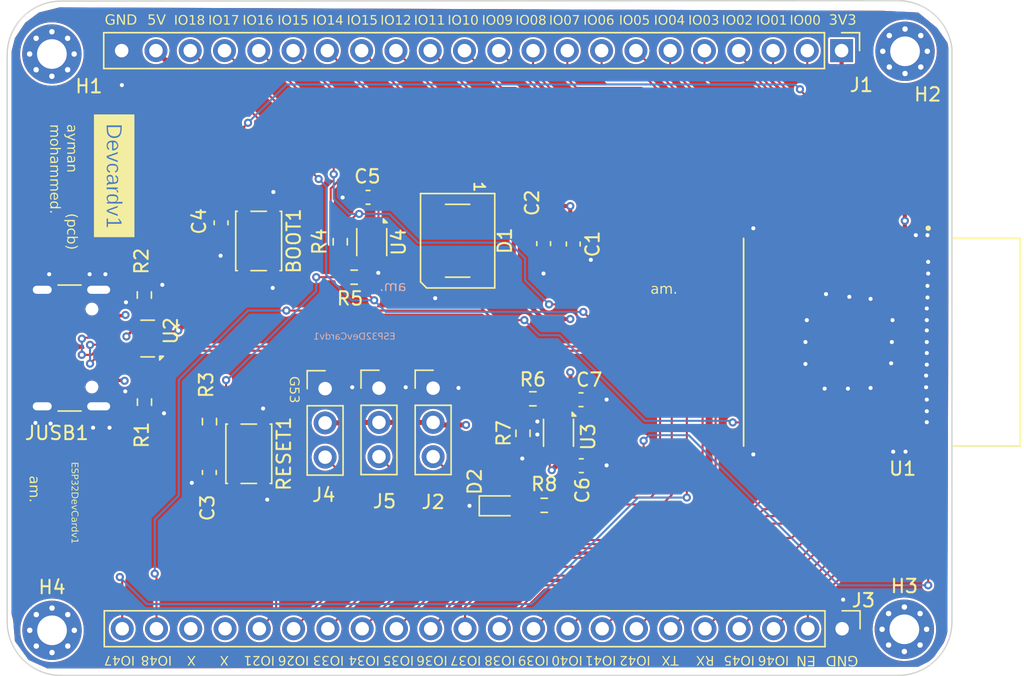
<source format=kicad_pcb>
(kicad_pcb (version 20240108) (generator "pcbnew") (generator_version "8.0")
  (layers (0 "F.Cu" signal "L1") (1 "In1.Cu" signal "L2") (2 "In2.Cu" signal "L3") (31 "B.Cu" signal "L4") (34 "B.Paste" user) (35 "F.Paste" user) (36 "B.SilkS" user "B.Silkscreen") (37 "F.SilkS" user "F.Silkscreen") (38 "B.Mask" user) (39 "F.Mask" user) (44 "Edge.Cuts" user))
  (net 0 "")
  (net 1 "GND")
  (net 2 "/3V3")
  (net 3 "/ESP32_EN")
  (net 4 "/GPIO0")
  (net 5 "/5VUSB")
  (net 7 "/GPIO48")
  (net 8 "Net-(D2-A)")
  (net 9 "/GPIO1")
  (net 10 "/GPIO2")
  (net 11 "/GPIO3")
  (net 12 "/GPIO4")
  (net 13 "/GPIO5")
  (net 14 "/GPIO6")
  (net 15 "/GPIO7")
  (net 16 "/GPIO8")
  (net 17 "/GPIO9")
  (net 18 "/GPIO10")
  (net 19 "/GPIO11")
  (net 20 "/GPIO12")
  (net 21 "/GPIO13")
  (net 22 "/GPIO14")
  (net 23 "/GPIO15")
  (net 24 "/GPIO16")
  (net 25 "/I2C_SCL")
  (net 26 "/I2C_SDA")
  (net 27 "/GPIO46")
  (net 28 "/GPIO45")
  (net 29 "/RXD")
  (net 30 "/TXD")
  (net 31 "/GPIO42")
  (net 32 "/GPIO41")
  (net 33 "/GPIO40")
  (net 34 "/GPIO39")
  (net 35 "/GPIO38")
  (net 36 "/GPIO37")
  (net 37 "/GPIO36")
  (net 38 "/GPIO35")
  (net 39 "/GPIO34")
  (net 40 "/GPIO33")
  (net 41 "/GPIO26")
  (net 42 "/GPIO21")
  (net 43 "/USB_N")
  (net 44 "/USB_P")
  (net 45 "/GPIO47")
  (net 46 "Net-(JUSB1-CC1)")
  (net 48 "Net-(JUSB1-CC2)")
  (net 50 "Net-(U3-FB)")
  (footprint "Capacitor_SMD:C_0603_1608Metric" (layer "F.Cu") (at 201.4382 88.3016 -90)
    (property "Reference" "C1")
    (property "Value" "0.1uF" (hide yes))
  )
  (footprint "LED_SMD:LED_0603_1608Metric" (layer "F.Cu") (at 195.9592 107.7116)
    (property "Reference" "D2")
    (property "Value" "LED" (hide yes))
  )
  (footprint "Resistor_SMD:R_0603_1608Metric" (layer "F.Cu") (at 199.2892 107.6766 180)
    (property "Reference" "R8")
    (property "Value" "5.1k" (hide yes))
  )
  (footprint "Resistor_SMD:R_0603_1608Metric" (layer "F.Cu") (at 198.4442 99.7766)
    (property "Reference" "R6")
    (property "Value" "1M" (hide yes))
  )
  (footprint "Resistor_SMD:R_0603_1608Metric" (layer "F.Cu") (at 184.1732 88.1306 -90)
    (property "Reference" "R4")
    (property "Value" "10k" (hide yes))
  )
  (footprint "Capacitor_SMD:C_0603_1608Metric" (layer "F.Cu") (at 175.3442 86.7286 -90)
    (property "Reference" "C4")
    (property "Value" "0.1uF" (hide yes))
  )
  (footprint "LOGO" (layer "F.Cu") (at 167.4242 83.2418 -90)
    (property "Reference" "G***" (hide yes))
    (property "Value" "LOGO" (hide yes))
  )
  (footprint "MountingHole:MountingHole_2.2mm_M2_Pad_Via" (layer "F.Cu") (at 226.02 74.0104)
    (property "Reference" "H2")
    (property "Value" "MountingHole" (hide yes))
  )
  (footprint "MountingHole:MountingHole_2.2mm_M2_Pad_Via" (layer "F.Cu") (at 162.8192 116.9436)
    (property "Reference" "H4")
    (property "Value" "MountingHole" (hide yes))
  )
  (footprint "MountingHole:MountingHole_2.2mm_M2_Pad_Via" (layer "F.Cu") (at 162.8088 74.2128)
    (property "Reference" "H1")
    (property "Value" "MountingHole" (hide yes))
  )
  (footprint "Package_DFN_QFN:Diodes_UDFN-10_1.0x2.5mm_P0.5mm" (layer "F.Cu") (at 169.9042 95.3086 180)
    (property "Reference" "U2")
    (property "Value" "ESD7104MUTAG" (hide yes))
  )
  (footprint "Resistor_SMD:R_0603_1608Metric" (layer "F.Cu") (at 169.6592 92.0836 90)
    (property "Reference" "R2")
    (property "Value" "5.1k" (hide yes))
  )
  (footprint "Capacitor_SMD:C_0603_1608Metric" (layer "F.Cu") (at 202.0142 99.8466)
    (property "Reference" "C7")
    (property "Value" "10uF" (hide yes))
  )
  (footprint "Connector_PinHeader_2.54mm:PinHeader_1x22_P2.54mm_Vertical" (layer "F.Cu") (at 221.3192 73.9612 -90)
    (property "Reference" "J1")
    (property "Value" "~")
  )
  (footprint "Resistor_SMD:R_0603_1608Metric" (layer "F.Cu") (at 197.7142 102.3366 90)
    (property "Reference" "R7")
    (property "Value" "200k" (hide yes))
  )
  (footprint "Button_Switch_SMD:SW_SPST_PTS810" (layer "F.Cu") (at 177.3996 103.8528 -90)
    (property "Reference" "RESET1")
    (property "Value" "~")
  )
  (footprint "Resistor_SMD:R_0603_1608Metric" (layer "F.Cu") (at 185.2032 90.7606 180)
    (property "Reference" "R5")
    (property "Value" "10k" (hide yes))
  )
  (footprint "Resistor_SMD:R_0603_1608Metric" (layer "F.Cu") (at 174.4846 101.4678 90)
    (property "Reference" "R3")
    (property "Value" "10k" (hide yes))
  )
  (footprint "Button_Switch_SMD:SW_SPST_PTS810" (layer "F.Cu") (at 178.1292 88.0736 -90)
    (property "Reference" "BOOT1")
    (property "Value" "~")
  )
  (footprint "ESP32_S3_MINI_1_N8:XCVR_ESP32-S3-MINI-1-N8" (layer "F.Cu") (at 221.7842 95.5786 -90)
    (property "Reference" "U1")
    (property "Value" "ESP32-S3-MINI-1-N8" (hide yes))
  )
  (footprint "MountingHole:MountingHole_2.2mm_M2_Pad_Via" (layer "F.Cu") (at 225.9692 116.8668)
    (property "Reference" "H3")
    (property "Value" "MountingHole" (hide yes))
  )
  (footprint "Connector_PinHeader_2.54mm:PinHeader_1x03_P2.54mm_Vertical" (layer "F.Cu") (at 191.0562 98.988)
    (property "Reference" "J2")
    (property "Value" "Conn_01x03_Pin" (hide yes))
  )
  (footprint "Connector_PinHeader_2.54mm:PinHeader_1x03_P2.54mm_Vertical" (layer "F.Cu") (at 183.0534 99.0238)
    (property "Reference" "J4")
    (property "Value" "Conn_01x03_Pin" (hide yes))
  )
  (footprint "Connector_PinHeader_2.54mm:PinHeader_1x22_P2.54mm_Vertical" (layer "F.Cu") (at 221.3592 116.8268 -90)
    (property "Reference" "J3")
    (property "Value" "~")
  )
  (footprint "Capacitor_SMD:C_0603_1608Metric" (layer "F.Cu") (at 174.4746 105.2378 -90)
    (property "Reference" "C3")
    (property "Value" "0.1uF" (hide yes))
  )
  (footprint "Capacitor_SMD:C_0603_1608Metric" (layer "F.Cu") (at 202.0342 104.7366)
    (property "Reference" "C6")
    (property "Value" "10uF" (hide yes))
  )
  (footprint "LED_SMD:LED_WS2812B_PLCC4_5.0x5.0mm_P3.2mm" (layer "F.Cu") (at 192.8732 88.0586 -90)
    (property "Reference" "D1")
    (property "Value" "WS2812B" (hide yes))
  )
  (footprint "Package_SON:WSON-6-1EP_2x2mm_P0.65mm_EP1x1.6mm" (layer "F.Cu") (at 200.3442 102.2966 -90)
    (property "Reference" "U3")
    (property "Value" "TLV75801PDRV" (hide yes))
  )
  (footprint "Resistor_SMD:R_0603_1608Metric" (layer "F.Cu") (at 169.6692 100.0236 -90)
    (property "Reference" "R1")
    (property "Value" "5.1k" (hide yes))
  )
  (footprint "Package_DFN_QFN:AMS_QFN-4-1EP_2x2mm_P0.95mm_EP0.7x1.6mm" (layer "F.Cu") (at 186.5082 88.1606 -90)
    (property "Reference" "U4")
    (property "Value" "ENS210" (hide yes))
  )
  (footprint "Connector_USB:USB_C_Receptacle_GCT_USB4105-xx-A_16P_TopMnt_Horizontal" (layer "F.Cu") (at 163.1692 96.0136 -90)
    (property "Reference" "JUSB1")
    (property "Value" "USB_C_Receptacle_USB2.0" (hide yes))
  )
  (footprint "Capacitor_SMD:C_0603_1608Metric" (layer "F.Cu") (at 186.2332 84.8406 180)
    (property "Reference" "C5")
    (property "Value" "0.1uF" (hide yes))
  )
  (footprint "Connector_PinHeader_2.54mm:PinHeader_1x03_P2.54mm_Vertical" (layer "F.Cu") (at 187.043 98.988)
    (property "Reference" "J5")
    (property "Value" "Conn_01x03_Pin" (hide yes))
  )
  (footprint "Capacitor_SMD:C_0603_1608Metric" (layer "F.Cu") (at 199.2442 88.2716 -90)
    (property "Reference" "C2")
    (property "Value" "10uF" (hide yes))
  )
  (gr_arc (start 159.4942 74.2886) (mid 160.665773 71.460173) (end 163.4942 70.2886) (stroke (width 0.1)) (layer "Edge.Cuts"))
  (gr_line (start 163.4942 120.2886) (end 225.4942 120.2886) (stroke (width 0.1)) (layer "Edge.Cuts"))
  (gr_arc (start 163.4942 120.2886) (mid 160.665773 119.117027) (end 159.4942 116.2886) (stroke (width 0.1)) (layer "Edge.Cuts"))
  (gr_arc (start 229.4942 116.2886) (mid 228.322627 119.117027) (end 225.4942 120.2886) (stroke (width 0.1)) (layer "Edge.Cuts"))
  (gr_line (start 229.494199 73.7886) (end 229.4942 116.2886) (stroke (width 0.1)) (layer "Edge.Cuts"))
  (gr_line (start 163.4942 70.2886) (end 225.4942 70.257472) (stroke (width 0.1)) (layer "Edge.Cuts"))
  (gr_arc (start 225.4942 70.257472) (mid 228.162011 71.266551) (end 229.494199 73.7886) (stroke (width 0.1)) (layer "Edge.Cuts"))
  (gr_line (start 159.4942 74.2886) (end 159.4942 116.2886) (stroke (width 0.1)) (layer "Edge.Cuts"))
  (gr_text "am." (at 189.075 91.9118 0) (layer "B.SilkS") (effects (font (size 0.75 0.75) (thickness 0.1875)) (justify left bottom mirror)))
  (gr_text "ESP32DevCardv1" (at 188.2622 95.4678 0) (layer "B.SilkS") (effects (font (size 0.5 0.5) (thickness 0.125)) (justify left bottom mirror)))
  (gr_text "IO17" (at 174.3938 71.3378 0) (layer "F.SilkS") (effects (font (size 0.7 0.7) (thickness 0.175)) (justify left top)))
  (gr_text "IO06" (at 202.1814 71.3378 0) (layer "F.SilkS") (effects (font (size 0.7 0.7) (thickness 0.175)) (justify left top)))
  (gr_text "IO46" (at 217.4214 119.547 180) (layer "F.SilkS") (effects (font (size 0.7 0.7)) (justify left top)))
  (gr_text "IO07" (at 199.6414 71.3378 0) (layer "F.SilkS") (effects (font (size 0.7 0.7) (thickness 0.175)) (justify left top)))
  (gr_text "IO39" (at 199.6414 119.547 180) (layer "F.SilkS") (effects (font (size 0.7 0.7) (thickness 0.175)) (justify left top)))
  (gr_text "IO48" (at 171.7014 119.547 180) (layer "F.SilkS") (effects (font (size 0.7 0.7) (thickness 0.175)) (justify left top)))
  (gr_text "IO34" (at 187.0938 119.547 180) (layer "F.SilkS") (effects (font (size 0.7 0.7) (thickness 0.175)) (justify left top)))
  (gr_text "ayman         (pcb)\nmohammed." (at 162.5574 79.415 -90) (layer "F.SilkS") (effects (font (size 0.75 0.75) (thickness 0.1875)) (justify left bottom)))
  (gr_text "IO11" (at 189.6338 71.3378 0) (layer "F.SilkS") (effects (font (size 0.7 0.7) (thickness 0.175)) (justify left top)))
  (gr_text "IO05" (at 204.823 71.3378 0) (layer "F.SilkS") (effects (font (size 0.7 0.7) (thickness 0.175)) (justify left top)))
  (gr_text "IO38" (at 197.1522 119.547 180) (layer "F.SilkS") (effects (font (size 0.7 0.7) (thickness 0.175)) (justify left top)))
  (gr_text "IO15" (at 179.5246 71.3378 0) (layer "F.SilkS") (effects (font (size 0.7 0.7) (thickness 0.175)) (justify left top)))
  (gr_text "ESP32DevCardv1" (at 164.183 104.4594 -90) (layer "F.SilkS") (effects (font (size 0.5 0.5) (thickness 0.125)) (justify left bottom)))
  (gr_text "GND" (at 222.5522 119.5978 180) (layer "F.SilkS") (effects (font (size 0.75 0.75) (thickness 0.1875)) (justify left top)))
  (gr_text "am." (at 161.0334 105.4754 -90) (layer "F.SilkS") (effects (font (size 0.75 0.75) (thickness 0.1875)) (justify left bottom)))
  (gr_text "IO10" (at 192.123 71.3378 0) (layer "F.SilkS") (effects (font (size 0.7 0.7) (thickness 0.175)) (justify left top)))
  (gr_text "IO36" (at 192.123 119.547 180) (layer "F.SilkS") (effects (font (size 0.7 0.7) (thickness 0.175)) (justify left top)))
  (gr_text "IO00" (at 217.4722 71.3378 0) (layer "F.SilkS") (effects (font (size 0.7 0.7) (thickness 0.175)) (justify left top)))
  (gr_text "G53" (at 181.1434 98.1038 -90) (layer "F.SilkS") (effects (font (size 0.7 0.7) (thickness 0.175)) (justify left top)))
  (gr_text "IO47" (at 168.9582 119.547 180) (layer "F.SilkS") (effects (font (size 0.7 0.7) (thickness 0.175)) (justify left top)))
  (gr_text "IO21" (at 179.3214 119.547 180) (layer "F.SilkS") (effects (font (size 0.7 0.7) (thickness 0.175)) (justify left top)))
  (gr_text "IO08" (at 197.1522 71.3378 0) (layer "F.SilkS") (effects (font (size 0.7 0.7) (thickness 0.175)) (justify left top)))
  (gr_text "IO09" (at 194.663 71.3378 0) (layer "F.SilkS") (effects (font (size 0.7 0.7) (thickness 0.175)) (justify left top)))
  (gr_text "RX" (at 211.8842 119.547 180) (layer "F.SilkS") (effects (font (size 0.7 0.7) (thickness 0.175)) (justify left top)))
  (gr_text "IO01" (at 214.983 71.3378 0) (layer "F.SilkS") (effects (font (size 0.7 0.7) (thickness 0.175)) (justify left top)))
  (gr_text "IO35" (at 189.6338 119.547 180) (layer "F.SilkS") (effects (font (size 0.7 0.7) (thickness 0.175)) (justify left top)))
  (gr_text "IO37" (at 194.6122 119.547 180) (layer "F.SilkS") (effects (font (size 0.7 0.7) (thickness 0.175)) (justify left top)))
  (gr_text "IO41" (at 204.6198 119.547 180) (layer "F.SilkS") (effects (font (size 0.7 0.7) (thickness 0.175)) (justify left top)))
  (gr_text "3V3" (at 220.3678 71.287 0) (layer "F.SilkS") (effects (font (size 0.75 0.75) (thickness 0.175)) (justify left top)))
  (gr_text "TX" (at 209.2426 119.547 180) (layer "F.SilkS") (effects (font (size 0.7 0.7) (thickness 0.175)) (justify left top)))
  (gr_text "IO42" (at 207.1598 119.547 180) (layer "F.SilkS") (effects (font (size 0.7 0.7) (thickness 0.175)) (justify left top)))
  (gr_text "X" (at 175.9178 119.547 180) (layer "F.SilkS") (effects (font (size 0.7 0.7) (thickness 0.175)) (justify left top)))
  (gr_text "IO18" (at 171.8538 71.3378 0) (layer "F.SilkS") (effects (font (size 0.7 0.7)) (justify left top)))
  (gr_text "5V" (at 169.8726 71.287 0) (layer "F.SilkS") (effects (font (size 0.75 0.75) (thickness 0.1875)) (justify left top)))
  (gr_text "IO15" (at 184.6554 71.3378 0) (layer "F.SilkS") (effects (font (size 0.7 0.7) (thickness 0.175)) (justify left top)))
  (gr_text "IO45" (at 214.8814 119.547 180) (layer "F.SilkS") (effects (font (size 0.7 0.7) (thickness 0.175)) (justify left top)))
  (gr_text "X" (at 173.4794 119.547 180) (layer "F.SilkS") (effects (font (size 0.7 0.7) (thickness 0.175)) (justify left top)))
  (gr_text "IO14" (at 182.1154 71.3378 0) (layer "F.SilkS") (effects (font (size 0.7 0.7) (thickness 0.175)) (justify left top)))
  (gr_text "IO16" (at 176.9338 71.3378 0) (layer "F.SilkS") (effects (font (size 0.7 0.7) (thickness 0.175)) (justify left top)))
  (gr_text "IO12" (at 187.1446 71.3378 0) (layer "F.SilkS") (effects (font (size 0.7 0.7) (thickness 0.175)) (justify left top)))
  (gr_text "IO33" (at 184.4522 119.547 180) (layer "F.SilkS") (effects (font (size 0.7 0.7) (thickness 0.175)) (justify left top)))
  (gr_text "IO03" (at 209.9538 71.3378 0) (layer "F.SilkS") (effects (font (size 0.7 0.7) (thickness 0.175)) (justify left top)))
  (gr_text "IO02" (at 212.443 71.3378 0) (layer "F.SilkS") (effects (font (size 0.7 0.7) (thickness 0.175)) (justify left top)))
  (gr_text "am." (at 207.1598 92.115 0) (layer "F.SilkS") (effects (font (size 0.75 0.75) (thickness 0.1875)) (justify left bottom)))
  (gr_text "IO40" (at 202.1306 119.547 180) (layer "F.SilkS") (effects (font (size 0.7 0.7) (thickness 0.175)) (justify left top)))
  (gr_text "IO26" (at 181.8614 119.547 180) (layer "F.SilkS") (effects (font (size 0.7 0.7) (thickness 0.175)) (justify left top)))
  (gr_text "IO04" (at 207.4138 71.3378 0) (layer "F.SilkS") (effects (font (size 0.7 0.7) (thickness 0.175)) (justify left top)))
  (gr_text "GND" (at 166.723 71.287 0) (layer "F.SilkS") (effects (font (size 0.75 0.75) (thickness 0.1875)) (justify left top)))
  (gr_text "EN" (at 219.4026 119.5978 180) (layer "F.SilkS") (effects (font (size 0.75 0.75) (thickness 0.1875)) (justify left top)))
  (segment (start 197.7142 104.1514) (end 197.6602 104.2054) (width 0.1524) (layer "F.Cu") (net 1))
  (segment (start 199.2442 89.0466) (end 199.2442 90.4802) (width 0.254) (layer "F.Cu") (net 1))
  (segment (start 178.4746 100.5138) (end 178.4578 100.497) (width 0.1524) (layer "F.Cu") (net 1))
  (segment (start 199.2442 90.4802) (end 199.235 90.4894) (width 0.1524) (layer "F.Cu") (net 1))
  (segment (start 178.4746 101.7778) (end 178.4746 100.5138) (width 0.1524) (layer "F.Cu") (net 1))
  (segment (start 185.4482 84.8506) (end 185.4582 84.8406) (width 0.1524) (layer "F.Cu") (net 1))
  (segment (start 202.7892 99.8466) (end 203.8986 99.8466) (width 0.1524) (layer "F.Cu") (net 1))
  (segment (start 203.8854 104.7366) (end 203.9086 104.7134) (width 0.1524) (layer "F.Cu") (net 1))
  (segment (start 198.9086 102.2966) (end 198.7778 102.4274) (width 0.1524) (layer "F.Cu") (net 1))
  (segment (start 175.3082 89.1686) (end 175.3442 89.1326) (width 0.1524) (layer "F.Cu") (net 1))
  (segment (start 179.2042 84.4598) (end 179.2198 84.4442) (width 0.1524) (layer "F.Cu") (net 1))
  (segment (start 168.2978 92.623) (end 168.0946 92.8262) (width 0.254) (layer "F.Cu") (net 1))
  (segment (start 179.2042 85.9986) (end 179.2042 84.4598) (width 0.1524) (layer "F.Cu") (net 1))
  (segment (start 202.3434 89.0766) (end 202.7402 89.4734) (width 0.254) (layer "F.Cu") (net 1))
  (segment (start 191.2232 92.3036) (end 191.2086 92.3182) (width 0.1524) (layer "F.Cu") (net 1))
  (segment (start 186.9832 89.1106) (end 186.9832 90.4296) (width 0.1524) (layer "F.Cu") (net 1))
  (segment (start 168.247 99.227) (end 166.8626 99.227) (width 0.254) (layer "F.Cu") (net 1))
  (segment (start 186.9832 90.4296) (end 186.9922 90.4386) (width 0.1524) (layer "F.Cu") (net 1))
  (segment (start 169.6732 100.8526) (end 169.6692 100.8486) (width 0.1524) (layer "F.Cu") (net 1))
  (segment (start 197.7142 103.1616) (end 197.7142 104.1514) (width 0.1524) (layer "F.Cu") (net 1))
  (segment (start 201.4382 89.0766) (end 202.3434 89.0766) (width 0.254) (layer "F.Cu") (net 1))
  (segment (start 166.8618 92.8262) (end 166.8492 92.8136) (width 0.1524) (layer "F.Cu") (net 1))
  (segment (start 199.6411 101.4622) (end 199.6942 101.4091) (width 0.1524) (layer "F.Cu") (net 1))
  (segment (start 179.2042 90.1486) (end 179.2042 91.521) (width 0.1524) (layer "F.Cu") (net 1))
  (segment (start 169.7282 91.3276) (end 169.6592 91.2586) (width 0.1524) (layer "F.Cu") (net 1))
  (segment (start 200.3442 102.2966) (end 198.9086 102.2966) (width 0.1524) (layer "F.Cu") (net 1))
  (segment (start 166.8626 99.227) (end 166.8492 99.2136) (width 0.1524) (layer "F.Cu") (net 1))
  (segment (start 193.7486 107.7106) (end 195.1707 107.7106) (width 0.2032) (layer "F.Cu") (net 1))
  (segment (start 178.7626 107.2534) (end 178.4746 106.9654) (width 0.1524) (layer "F.Cu") (net 1))
  (segment (start 170.9902 91.3276) (end 169.7282 91.3276) (width 0.1524) (layer "F.Cu") (net 1))
  (segment (start 202.8092 104.7366) (end 203.8854 104.7366) (width 0.1524) (layer "F.Cu") (net 1))
  (segment (start 195.1707 107.7106) (end 195.1717 107.7116) (width 0.1524) (layer "F.Cu") (net 1))
  (segment (start 173.1746 106.0088) (end 174.4706 106.0088) (width 0.1524) (layer "F.Cu") (net 1))
  (segment (start 178.4746 106.9654) (end 178.4746 105.9278) (width 0.1524) (layer "F.Cu") (net 1))
  (segment (start 179.2042 91.521) (end 179.169 91.5562) (width 0.1524) (layer "F.Cu") (net 1))
  (segment (start 171.1172 100.8526) (end 169.6732 100.8526) (width 0.1524) (layer "F.Cu") (net 1))
  (segment (start 184.3506 84.8506) (end 185.4482 84.8506) (width 0.1524) (layer "F.Cu") (net 1))
  (segment (start 174.4706 106.0088) (end 174.4746 106.0128) (width 0.1524) (layer "F.Cu") (net 1))
  (segment (start 175.3442 89.1326) (end 175.3442 87.5036) (width 0.1524) (layer "F.Cu") (net 1))
  (segment (start 168.0946 92.8262) (end 166.8618 92.8262) (width 0.254) (layer "F.Cu") (net 1))
  (segment (start 191.2232 90.5086) (end 191.2232 92.3036) (width 0.1524) (layer "F.Cu") (net 1))
  (segment (start 203.8986 99.8466) (end 203.9086 99.8366) (width 0.1524) (layer "F.Cu") (net 1))
  (segment (start 198.7778 101.4622) (end 199.6411 101.4622) (width 0.1524) (layer "F.Cu") (net 1))
  (via (at 179.169 91.5562) (size 0.604799) (drill 0.299974) (layers "F.Cu" "B.Cu") (net 1))
  (via (at 203.9086 99.8366) (size 0.604799) (drill 0.299974) (layers "F.Cu" "B.Cu") (net 1))
  (via (at 168.247 99.227) (size 0.604799) (drill 0.299974) (layers "F.Cu" "B.Cu") (net 1))
  (via (at 223.4666 98.973) (size 0.604799) (drill 0.299974) (layers "F.Cu" "B.Cu") (net 1))
  (via (at 165.8594 101.9194) (size 0.604799) (drill 0.299974) (layers "F.Cu" "B.Cu") (net 1))
  (via (at 221.7902 99.0238) (size 0.604799) (drill 0.299974) (layers "F.Cu" "B.Cu") (net 1))
  (via (at 198.7778 101.4622) (size 0.604799) (drill 0.299974) (layers "F.Cu" "B.Cu") (net 1))
  (via (at 227.6322 100.7002) (size 0.604799) (drill 0.299974) (layers "F.Cu" "B.Cu") (net 1))
  (via (at 227.6322 101.513) (size 0.604799) (drill 0.299974) (layers "F.Cu" "B.Cu") (net 1))
  (via (at 173.1746 106.0088) (size 0.604799) (drill 0.299974) (layers "F.Cu" "B.Cu") (net 1))
  (via (at 218.6406 97.195) (size 0.604799) (drill 0.299974) (layers "F.Cu" "B.Cu") (net 1))
  (via (at 165.6054 90.5402) (size 0.604799) (drill 0.299974) (layers "F.Cu" "B.Cu") (net 1))
  (via (at 199.235 90.4894) (size 0.604799) (drill 0.299974) (layers "F.Cu" "B.Cu") (net 1))
  (via (at 184.3506 84.8506) (size 0.604799) (drill 0.299974) (layers "F.Cu" "B.Cu") (net 1))
  (via (at 224.9906 97.1442) (size 0.604799) (drill 0.299974) (layers "F.Cu" "B.Cu") (net 1))
  (via (at 223.4666 92.369) (size 0.604799) (drill 0.299974) (layers "F.Cu" "B.Cu") (net 1))
  (via (at 221.8918 92.2166) (size 0.604799) (drill 0.299974) (layers "F.Cu" "B.Cu") (net 1))
  (via (at 170.9902 91.3276) (size 0.604799) (drill 0.299974) (layers "F.Cu" "B.Cu") (net 1))
  (via (at 171.1172 100.8526) (size 0.604799) (drill 0.299974) (layers "F.Cu" "B.Cu") (net 1))
  (via (at 218.7422 93.9438) (size 0.604799) (drill 0.299974) (layers "F.Cu" "B.Cu") (net 1))
  (via (at 227.683 92.2674) (size 0.604799) (drill 0.299974) (layers "F.Cu" "B.Cu") (net 1))
  (via (at 161.5922 101.5638) (size 0.604799) (drill 0.299974) (layers "F.Cu" "B.Cu") (net 1))
  (via (at 227.683 91.4038) (size 0.604799) (drill 0.299974) (layers "F.Cu" "B.Cu") (net 1))
  (via (at 227.6322 97.2458) (size 0.604799) (drill 0.299974) (layers "F.Cu" "B.Cu") (net 1))
  (via (at 218.6406 95.5694) (size 0.604799) (drill 0.299974) (layers "F.Cu" "B.Cu") (net 1))
  (via (at 189.0242 98.9222) (size 0.604799) (drill 0.299974) (layers "F.Cu" "B.Cu") (net 1))
  (via (at 191.2086 92.3182) (size 0.604799) (drill 0.299974) (layers "F.Cu" "B.Cu") (net 1))
  (via (at 162.7098 101.6146) (size 0.604799) (drill 0.299974) (layers "F.Cu" "B.Cu") (net 1))
  (via (at 198.7778 102.4274) (size 0.604799) (drill 0.299974) (layers "F.Cu" "B.Cu") (net 1))
  (via (at 225.0414 95.5694) (size 0.604799) (drill 0.299974) (layers "F.Cu" "B.Cu") (net 1))
  (via (at 225.0922 93.9438) (size 0.604799) (drill 0.299974) (layers "F.Cu" "B.Cu") (net 1))
  (via (at 193.7486 107.7106) (size 0.604799) (drill 0.299974) (layers "F.Cu" "B.Cu") (net 1))
  (via (at 186.9922 90.4386) (size 0.604799) (drill 0.299974) (layers "F.Cu" "B.Cu") (net 1))
  (via (at 202.7402 89.4734) (size 0.604799) (drill 0.299974) (layers "F.Cu" "B.Cu") (net 1))
  (via (at 226.8194 87.6446) (size 0.604799) (drill 0.299974) (layers "F.Cu" "B.Cu") (net 1))
  (via (at 221.4346 114.6702) (size 0.604799) (drill 0.299974) (layers "F.Cu" "B.Cu") (net 1))
  (via (at 220.1646 92.0134) (size 0.604799) (drill 0.299974) (layers "F.Cu" "B.Cu") (net 1))
  (via (at 162.6082 90.5402) (size 0.604799) (drill 0.299974) (layers "F.Cu" "B.Cu") (net 1))
  (via (at 168.2978 92.623) (size 0.604799) (drill 0.299974) (layers "F.Cu" "B.Cu") (net 1))
  (via (at 226.0574 103.6974) (size 0.604799) (drill 0.299974) (layers "F.Cu" "B.Cu") (net 1))
  (via (at 227.6322 93.9438) (size 0.604799) (drill 0.299974) (layers "F.Cu" "B.Cu") (net 1))
  (via (at 227.6322 94.7058) (size 0.604799) (drill 0.299974) (layers "F.Cu" "B.Cu") (net 1))
  (via (at 192.9358 98.973) (size 0.604799) (drill 0.299974) (layers "F.Cu" "B.Cu") (net 1))
  (via (at 178.4578 100.497) (size 0.604799) (drill 0.299974) (layers "F.Cu" "B.Cu") (net 1))
  (via (at 166.7738 90.5402) (size 0.604799) (drill 0.299974) (layers "F.Cu" "B.Cu") (net 1))
  (via (at 167.0786 101.9194) (size 0.604799) (drill 0.299974) (layers "F.Cu" "B.Cu") (net 1))
  (via (at 225.143 103.6974) (size 0.604799) (drill 0.299974) (layers "F.Cu" "B.Cu") (net 1))
  (via (at 197.6602 104.2054) (size 0.604799) (drill 0.299974) (layers "F.Cu" "B.Cu") (net 1))
  (via (at 178.7626 107.2534) (size 0.604799) (drill 0.299974) (layers "F.Cu" "B.Cu") (net 1))
  (via (at 185.0618 98.9222) (size 0.604799) (drill 0.299974) (layers "F.Cu" "B.Cu") (net 1))
  (via (at 227.6322 99.8366) (size 0.604799) (drill 0.299974) (layers "F.Cu" "B.Cu") (net 1))
  (via (at 179.2198 84.4442) (size 0.604799) (drill 0.299974) (layers "F.Cu" "B.Cu") (net 1))
  (via (at 227.6322 96.3822) (size 0.604799) (drill 0.299974) (layers "F.Cu" "B.Cu") (net 1))
  (via (at 227.5814 98.9222) (size 0.604799) (drill 0.299974) (layers "F.Cu" "B.Cu") (net 1))
  (via (at 227.7338 89.6258) (size 0.604799) (drill 0.299974) (layers "F.Cu" "B.Cu") (net 1))
  (via (at 227.5814 98.0586) (size 0.604799) (drill 0.299974) (layers "F.Cu" "B.Cu") (net 1))
  (via (at 227.683 87.6446) (size 0.604799) (drill 0.299974) (layers "F.Cu" "B.Cu") (net 1))
  (via (at 227.6322 93.0802) (size 0.604799) (drill 0.299974) (layers "F.Cu" "B.Cu") (net 1))
  (via (at 175.3082 89.1686) (size 0.604799) (drill 0.299974) (layers "F.Cu" "B.Cu") (net 1))
  (via (at 227.6322 95.5694) (size 0.604799) (drill 0.299974) (layers "F.Cu" "B.Cu") (net 1))
  (via (at 203.9086 104.7134) (size 0.604799) (drill 0.299974) (layers "F.Cu" "B.Cu") (net 1))
  (via (at 167.993 76.5194) (size 0.604799) (drill 0.299974) (layers "F.Cu" "B.Cu") (net 1))
  (via (at 214.7798 87.1366) (size 0.604799) (drill 0.299974) (layers "F.Cu" "B.Cu") (net 1))
  (via (at 227.7338 90.4894) (size 0.604799) (drill 0.299974) (layers "F.Cu" "B.Cu") (net 1))
  (via (at 220.063 99.0238) (size 0.604799) (drill 0.299974) (layers "F.Cu" "B.Cu") (net 1))
  (via (at 214.7798 103.9006) (size 0.604799) (drill 0.299974) (layers "F.Cu" "B.Cu") (net 1))
  (segment (start 201.2392 99.8466) (end 201.2392 97.8276) (width 0.3048) (layer "F.Cu") (net 2))
  (segment (start 187.6372 84.8406) (end 187.0082 84.8406) (width 0.3048) (layer "F.Cu") (net 2))
  (segment (start 203.3467 101.4091) (end 200.9942 101.4091) (width 0.1524) (layer "F.Cu") (net 2))
  (segment (start 184.1732 90.5556) (end 184.3782 90.7606) (width 0.1524) (layer "F.Cu") (net 2))
  (segment (start 188.5162 83.9616) (end 187.6372 84.8406) (width 0.3048) (layer "F.Cu") (net 2))
  (segment (start 182.3942 90.7586) (end 183.1122 90.7586) (width 0.1524) (layer "F.Cu") (net 2))
  (segment (start 201.2162 85.4856) (end 201.2162 87.3046) (width 0.3048) (layer "F.Cu") (net 2))
  (segment (start 174.4846 100.6428) (end 174.4846 100.1268) (width 0.1524) (layer "F.Cu") (net 2))
  (segment (start 199.2442 86.0606) (end 199.2442 87.4966) (width 0.3048) (layer "F.Cu") (net 2))
  (segment (start 199.2692 99.7766) (end 201.1692 99.7766) (width 0.1524) (layer "F.Cu") (net 2))
  (segment (start 201.2162 85.4856) (end 199.8192 85.4856) (width 0.3048) (layer "F.Cu") (net 2))
  (segment (start 175.7146 98.8968) (end 175.7146 98.3888) (width 0.1524) (layer "F.Cu") (net 2))
  (segment (start 204.4674 106.4914) (end 204.4674 102.5298) (width 0.1524) (layer "F.Cu") (net 2))
  (segment (start 183.4696 84.1822) (end 183.4696 88.252) (width 0.1524) (layer "F.Cu") (net 2))
  (segment (start 200.1142 107.6766) (end 201.6226 107.6766) (width 0.1524) (layer "F.Cu") (net 2))
  (segment (start 199.204913 93.862913) (end 197.0252 91.6832) (width 0.3048) (layer "F.Cu") (net 2))
  (segment (start 197.0252 91.6832) (end 197.0252 85.9936) (width 0.3048) (layer "F.Cu") (net 2))
  (segment (start 201.1692 99.7766) (end 201.2392 99.8466) (width 0.1524) (layer "F.Cu") (net 2))
  (segment (start 201.6226 107.6766) (end 200.0818 106.1358) (width 0.1524) (layer "F.Cu") (net 2))
  (segment (start 199.8192 85.4856) (end 199.2442 86.0606) (width 0.3048) (layer "F.Cu") (net 2))
  (segment (start 192.8762 83.9616) (end 188.5162 83.9616) (width 0.3048) (layer "F.Cu") (net 2))
  (segment (start 188.806 106.354) (end 185.3036 106.354) (width 0.1524) (layer "F.Cu") (net 2))
  (segment (start 226.0066 86.5778) (end 226.0066 83.4282) (width 0.3048) (layer "F.Cu") (net 2))
  (segment (start 184.1732 88.9556) (end 184.1732 90.5556) (width 0.1524) (layer "F.Cu") (net 2))
  (segment (start 226.0066 86.5778) (end 226.0066 88.551) (width 0.3048) (layer "F.Cu") (net 2))
  (segment (start 201.2162 93.862913) (end 199.204913 93.862913) (width 0.3048) (layer "F.Cu") (net 2))
  (segment (start 187.0082 87.1856) (end 186.9832 87.2106) (width 0.1524) (layer "F.Cu") (net 2))
  (segment (start 183.9442 83.7076) (end 183.4696 84.1822) (width 0.1524) (layer "F.Cu") (net 2))
  (segment (start 201.2392 97.8276) (end 201.2162 97.8046) (width 0.3048) (layer "F.Cu") (net 2))
  (segment (start 200.9942 100.0916) (end 201.2392 99.8466) (width 0.39116) (layer "F.Cu") (net 2))
  (segment (start 187.0082 84.8406) (end 187.0082 87.1856) (width 0.1524) (layer "F.Cu") (net 2))
  (segment (start 196.6402 85.6086) (end 194.5232 85.6086) (width 0.3048) (layer "F.Cu") (net 2))
  (segment (start 183.4696 88.252) (end 184.1732 88.9556) (width 0.1524) (layer "F.Cu") (net 2))
  (segment (start 189.1108 106.1358) (end 189.0242 106.1358) (width 0.1524) (layer "F.Cu") (net 2))
  (segment (start 193.124 106.1358) (end 189.1108 106.1358) (width 0.1524) (layer "F.Cu") (net 2))
  (segment (start 183.1122 90.7586) (end 183.1142 90.7606) (width 0.1524) (layer "F.Cu") (net 2))
  (segment (start 226.0066 83.4282) (end 221.3192 78.7408) (width 0.3048) (layer "F.Cu") (net 2))
  (segment (start 189.1108 106.1358) (end 187.043 104.068) (width 0.1524) (layer "F.Cu") (net 2))
  (segment (start 203.2822 107.6766) (end 204.4674 106.4914) (width 0.1524) (layer "F.Cu") (net 2))
  (segment (start 226.0066 88.551) (end 226.0342 88.5786) (width 0.3048) (layer "F.Cu") (net 2))
  (segment (start 185.8752 83.7076) (end 183.9442 83.7076) (width 0.1524) (layer "F.Cu") (net 2))
  (segment (start 194.5232 85.6086) (end 192.8762 83.9616) (width 0.3048) (layer "F.Cu") (net 2))
  (segment (start 193.124 106.1358) (end 191.0562 104.068) (width 0.1524) (layer "F.Cu") (net 2))
  (segment (start 200.0818 106.1358) (end 193.124 106.1358) (width 0.1524) (layer "F.Cu") (net 2))
  (segment (start 204.4674 102.5298) (end 203.3467 101.4091) (width 0.1524) (layer "F.Cu") (net 2))
  (segment (start 221.3192 78.7408) (end 221.3192 73.9612) (width 0.3048) (layer "F.Cu") (net 2))
  (segment (start 189.0242 106.1358) (end 188.806 106.354) (width 0.1524) (layer "F.Cu") (net 2))
  (segment (start 187.0082 84.8406) (end 185.8752 83.7076) (width 0.1524) (layer "F.Cu") (net 2))
  (segment (start 200.9942 101.4091) (end 200.9942 100.0916) (width 0.39116) (layer "F.Cu") (net 2))
  (segment (start 197.0252 85.9936) (end 196.6402 85.6086) (width 0.3048) (layer "F.Cu") (net 2))
  (segment (start 185.3036 106.354) (end 183.0534 104.1038) (width 0.1524) (layer "F.Cu") (net 2))
  (segment (start 201.6226 107.6766) (end 203.2822 107.6766) (width 0.1524) (layer "F.Cu") (net 2))
  (segment (start 183.1142 90.7606) (end 184.3782 90.7606) (width 0.1524) (layer "F.Cu") (net 2))
  (segment (start 175.7146 98.8968) (end 174.4846 100.1268) (width 0.1524) (layer "F.Cu") (net 2))
  (segment (start 201.2162 87.3046) (end 201.4382 87.5266) (width 0.3048) (layer "F.Cu") (net 2))
  (via (at 201.2162 93.862913) (size 0.604799) (drill 0.299974) (layers "F.Cu" "B.Cu") (net 2))
  (via (at 201.2162 97.8046) (size 0.604799) (drill 0.299974) (layers "F.Cu" "B.Cu") (net 2))
  (via (at 175.7146 98.3888) (size 0.604799) (drill 0.299974) (layers "F.Cu" "B.Cu") (net 2))
  (via (at 201.2162 85.4856) (size 0.604799) (drill 0.299974) (layers "F.Cu" "B.Cu") (net 2))
  (via (at 182.3942 90.7586) (size 0.604799) (drill 0.299974) (layers "F.Cu" "B.Cu") (net 2))
  (via (at 226.0066 86.5778) (size 0.604799) (drill 0.299974) (layers "F.Cu" "B.Cu") (net 2))
  (segment (start 175.7908 98.3888) (end 175.7146 98.3888) (width 0.1524) (layer "B.Cu") (net 2))
  (segment (start 182.3942 91.7854) (end 176.5782 97.6014) (width 0.1524) (layer "B.Cu") (net 2))
  (segment (start 176.5782 97.6014) (end 175.7908 98.3888) (width 0.1524) (layer "B.Cu") (net 2))
  (segment (start 182.3942 90.7586) (end 182.3942 91.7854) (width 0.1524) (layer "B.Cu") (net 2))
  (segment (start 227.7338 113.6034) (end 227.7338 110.5554) (width 0.1524) (layer "F.Cu") (net 3))
  (segment (start 177.899 110.0474) (end 176.3242 108.4726) (width 0.1524) (layer "F.Cu") (net 3))
  (segment (start 225.5494 112.7398) (end 221.5362 112.7398) (width 0.1524) (layer "F.Cu") (net 3))
  (segment (start 176.3246 102.6128) (end 174.4746 104.4628) (width 0.1524) (layer "F.Cu") (net 3))
  (segment (start 174.4846 104.4528) (end 174.4746 104.4628) (width 0.1524) (layer "F.Cu") (net 3))
  (segment (start 227.7338 110.5554) (end 227.7342 110.555) (width 0.1524) (layer "F.Cu") (net 3))
  (segment (start 193.4438 110.0474) (end 177.899 110.0474) (width 0.1524) (layer "F.Cu") (net 3))
  (segment (start 194.609914 108.881286) (end 193.4438 110.0474) (width 0.1524) (layer "F.Cu") (net 3))
  (segment (start 176.3242 108.117) (end 176.3246 108.1166) (width 0.1524) (layer "F.Cu") (net 3))
  (segment (start 227.7342 110.555) (end 225.5494 112.7398) (width 0.1524) (layer "F.Cu") (net 3))
  (segment (start 176.3246 108.1166) (end 176.3246 105.9278) (width 0.1524) (layer "F.Cu") (net 3))
  (segment (start 206.6518 104.9166) (end 202.687114 108.881286) (width 0.1524) (layer "F.Cu") (net 3))
  (segment (start 174.4846 102.2928) (end 174.4846 104.4528) (width 0.1524) (layer "F.Cu") (net 3))
  (segment (start 176.3246 101.7778) (end 176.3246 102.6128) (width 0.1524) (layer "F.Cu") (net 3))
  (segment (start 176.3246 105.9278) (end 176.3246 101.7778) (width 0.1524) (layer "F.Cu") (net 3))
  (segment (start 206.6518 102.8846) (end 206.6518 104.9166) (width 0.1524) (layer "F.Cu") (net 3))
  (segment (start 202.687114 108.881286) (end 194.609914 108.881286) (width 0.1524) (layer "F.Cu") (net 3))
  (segment (start 227.7342 102.5786) (end 227.7342 110.555) (width 0.1524) (layer "F.Cu") (net 3))
  (segment (start 221.5362 112.7398) (end 218.8192 115.4568) (width 0.1524) (layer "F.Cu") (net 3))
  (segment (start 176.3242 108.4726) (end 176.3242 108.117) (width 0.1524) (layer "F.Cu") (net 3))
  (segment (start 218.8192 115.4568) (end 218.8192 116.8268) (width 0.1524) (layer "F.Cu") (net 3))
  (via (at 227.7338 113.6034) (size 0.604799) (drill 0.299974) (layers "F.Cu" "B.Cu") (net 3))
  (via (at 206.6518 102.8846) (size 0.604799) (drill 0.299974) (layers "F.Cu" "B.Cu") (net 3))
  (segment (start 207.0582 102.4782) (end 209.993546 102.4782) (width 0.1524) (layer "B.Cu") (net 3))
  (segment (start 209.993546 102.4782) (end 221.118746 113.6034) (width 0.1524) (layer "B.Cu") (net 3))
  (segment (start 206.6518 102.8846) (end 207.0582 102.4782) (width 0.1524) (layer "B.Cu") (net 3))
  (segment (start 221.118746 113.6034) (end 227.7338 113.6034) (width 0.1524) (layer "B.Cu") (net 3))
  (segment (start 175.3442 85.9536) (end 177.0092 85.9536) (width 0.1524) (layer "F.Cu") (net 4))
  (segment (start 177.0542 79.5994) (end 177.3402 79.3134) (width 0.1524) (layer "F.Cu") (net 4))
  (segment (start 177.0542 85.9986) (end 177.0542 79.5994) (width 0.1524) (layer "F.Cu") (net 4))
  (segment (start 225.1938 83.8346) (end 218.7792 77.42) (width 0.1524) (layer "F.Cu") (net 4))
  (segment (start 218.2342 76.875) (end 218.7792 77.42) (width 0.1524) (layer "F.Cu") (net 4))
  (segment (start 225.1938 88.369) (end 225.1938 83.8346) (width 0.1524) (layer "F.Cu") (net 4))
  (segment (start 177.0542 85.9986) (end 177.0542 90.1486) (width 0.1524) (layer "F.Cu") (net 4))
  (segment (start 225.1842 88.3786) (end 225.1938 88.369) (width 0.1524) (layer "F.Cu") (net 4))
  (segment (start 177.0092 85.9536) (end 177.0542 85.9986) (width 0.1524) (layer "F.Cu") (net 4))
  (segment (start 218.7792 77.42) (end 218.7792 73.9612) (width 0.1524) (layer "F.Cu") (net 4))
  (segment (start 225.1842 88.5786) (end 225.1842 88.3786) (width 0.1524) (layer "F.Cu") (net 4))
  (segment (start 218.2342 76.8242) (end 218.2342 76.875) (width 0.1524) (layer "F.Cu") (net 4))
  (via (at 177.3402 79.3134) (size 0.604799) (drill 0.299974) (layers "F.Cu" "B.Cu") (net 4))
  (via (at 218.2342 76.8242) (size 0.604799) (drill 0.299974) (layers "F.Cu" "B.Cu") (net 4))
  (segment (start 180.185 76.4686) (end 177.3402 79.3134) (width 0.1524) (layer "B.Cu") (net 4))
  (segment (start 217.8786 76.4686) (end 180.185 76.4686) (width 0.1524) (layer "B.Cu") (net 4))
  (segment (start 218.2342 76.8242) (end 217.8786 76.4686) (width 0.1524) (layer "B.Cu") (net 4))
  (segment (start 168.207253 93.6136) (end 168.262162 93.558691) (width 0.254) (layer "F.Cu") (net 5))
  (segment (start 166.8492 98.4136) (end 168.1702 98.4136) (width 0.254) (layer "F.Cu") (net 5))
  (segment (start 200.177 104.7366) (end 201.2592 104.7366) (width 0.381) (layer "F.Cu") (net 5))
  (segment (start 169.5167 94.8086) (end 170.2917 94.8086) (width 0.2032) (layer "F.Cu") (net 5))
  (segment (start 185.2528 101.5638) (end 183.0534 101.5638) (width 0.381) (layer "F.Cu") (net 5))
  (segment (start 199.8446 105.069) (end 200.177 104.7366) (width 0.381) (layer "F.Cu") (net 5))
  (segment (start 191.0562 101.528) (end 187.043 101.528) (width 0.381) (layer "F.Cu") (net 5))
  (segment (start 168.1702 98.4136) (end 168.1962 98.4396) (width 0.254) (layer "F.Cu") (net 5))
  (segment (start 168.330757 95.153796) (end 168.675953 94.8086) (width 0.2032) (layer "F.Cu") (net 5))
  (segment (start 172.0812 94.8086) (end 170.2917 94.8086) (width 0.2032) (layer "F.Cu") (net 5))
  (segment (start 191.2444 101.7162) (end 191.0562 101.528) (width 0.381) (layer "F.Cu") (net 5))
  (segment (start 172.1713 94.7185) (end 172.6412 94.2486) (width 0.381) (layer "F.Cu") (net 5))
  (segment (start 172.6412 76.0832) (end 170.5192 73.9612) (width 0.381) (layer "F.Cu") (net 5))
  (segment (start 201.2592 104.7366) (end 201.2592 103.4491) (width 0.381) (layer "F.Cu") (net 5))
  (segment (start 172.1713 94.7185) (end 172.0812 94.8086) (width 0.2032) (layer "F.Cu") (net 5))
  (segment (start 187.043 101.528) (end 185.2886 101.528) (width 0.381) (layer "F.Cu") (net 5))
  (segment (start 199.6942 104.9186) (end 199.8446 105.069) (width 0.1524) (layer "F.Cu") (net 5))
  (segment (start 199.6942 103.1841) (end 199.6942 104.9186) (width 0.1524) (layer "F.Cu") (net 5))
  (segment (start 172.6412 94.2486) (end 172.6412 76.0832) (width 0.381) (layer "F.Cu") (net 5))
  (segment (start 166.8492 93.6136) (end 168.207253 93.6136) (width 0.254) (layer "F.Cu") (net 5))
  (segment (start 185.2886 101.528) (end 185.2528 101.5638) (width 0.381) (layer "F.Cu") (net 5))
  (segment (start 168.675953 94.8086) (end 169.5167 94.8086) (width 0.2032) (layer "F.Cu") (net 5))
  (segment (start 201.2592 103.4491) (end 200.9942 103.1841) (width 0.381) (layer "F.Cu") (net 5))
  (segment (start 193.4946 101.7162) (end 191.2444 101.7162) (width 0.381) (layer "F.Cu") (net 5))
  (via (at 168.1962 98.4396) (size 0.604799) (drill 0.299974) (layers "F.Cu" "B.Cu") (net 5))
  (via (at 172.1713 94.7185) (size 0.604799) (drill 0.299974) (layers "F.Cu" "B.Cu") (net 5))
  (via (at 168.330757 95.153796) (size 0.604799) (drill 0.299974) (layers "F.Cu" "B.Cu") (net 5))
  (via (at 199.8446 105.069) (size 0.604799) (drill 0.299974) (layers "F.Cu" "B.Cu") (net 5))
  (via (at 193.4946 101.7162) (size 0.604799) (drill 0.299974) (layers "F.Cu" "B.Cu") (net 5))
  (via (at 168.262162 93.558691) (size 0.604799) (drill 0.299974) (layers "F.Cu" "B.Cu") (net 5))
  (segment (start 180.185 93.2326) (end 194.8154 93.2326) (width 0.1524) (layer "F.Cu") (net 7))
  (segment (start 195.5266 93.9438) (end 195.1202 93.5374) (width 0.1524) (layer "F.Cu") (net 7))
  (segment (start 194.8154 93.2326) (end 195.1202 93.5374) (width 0.1524) (layer "F.Cu") (net 7))
  (segment (start 170.5592 112.8676) (end 170.5592 116.8268) (width 0.1524) (layer "F.Cu") (net 7))
  (segment (start 213.2558 101.5286) (end 214.7842 101.5286) (width 0.1524) (layer "F.Cu") (net 7))
  (segment (start 170.4314 112.7398) (end 170.5592 112.8676) (width 0.1524) (layer "F.Cu") (net 7))
  (segment (start 194.5232 92.9404) (end 194.5232 90.5086) (width 0.1524) (layer "F.Cu") (net 7))
  (segment (start 197.8126 93.9438) (end 195.5266 93.9438) (width 0.1524) (layer "F.Cu") (net 7))
  (segment (start 195.1202 93.5374) (end 194.5232 92.9404) (width 0.1524) (layer "F.Cu") (net 7))
  (via (at 197.8126 93.9438) (size 0.604799) (drill 0.299974) (layers "F.Cu" "B.Cu") (net 7))
  (via (at 213.2558 101.5286) (size 0.604799) (drill 0.299974) (layers "F.Cu" "B.Cu") (net 7))
  (via (at 170.4314 112.7398) (size 0.604799) (drill 0.299974) (layers "F.Cu" "B.Cu") (net 7))
  (via (at 180.185 93.2326) (size 0.604799) (drill 0.299974) (layers "F.Cu" "B.Cu") (net 7))
  (segment (start 197.8126 93.9438) (end 198.9302 95.0614) (width 0.1524) (layer "B.Cu") (net 7))
  (segment (start 170.4314 108.7266) (end 172.2094 106.9486) (width 0.1524) (layer "B.Cu") (net 7))
  (segment (start 172.2094 98.3634) (end 177.3402 93.2326) (width 0.1524) (layer "B.Cu") (net 7))
  (segment (start 170.4314 112.7398) (end 170.4314 108.7266) (width 0.1524) (layer "B.Cu") (net 7))
  (segment (start 200.4034 95.0614) (end 206.7534 101.4114) (width 0.1524) (layer "B.Cu") (net 7))
  (segment (start 198.9302 95.0614) (end 200.4034 95.0614) (width 0.1524) (layer "B.Cu") (net 7))
  (segment (start 206.7534 101.4114) (end 213.1386 101.4114) (width 0.1524) (layer "B.Cu") (net 7))
  (segment (start 177.3402 93.2326) (end 180.185 93.2326) (width 0.1524) (layer "B.Cu") (net 7))
  (segment (start 213.1386 101.4114) (end 213.2558 101.5286) (width 0.1524) (layer "B.Cu") (net 7))
  (segment (start 172.2094 106.9486) (end 172.2094 98.3634) (width 0.1524) (layer "B.Cu") (net 7))
  (segment (start 198.4292 107.7116) (end 198.4642 107.6766) (width 0.1524) (layer "F.Cu") (net 8))
  (segment (start 196.7467 107.7116) (end 198.4292 107.7116) (width 0.1524) (layer "F.Cu") (net 8))
  (segment (start 224.3342 88.3786) (end 224.3302 88.3746) (width 0.1524) (layer "F.Cu") (net 9))
  (segment (start 224.3342 88.5786) (end 224.3342 88.3786) (width 0.1524) (layer "F.Cu") (net 9))
  (segment (start 224.3302 88.3746) (end 224.3302 83.9362) (width 0.1524) (layer "F.Cu") (net 9))
  (segment (start 224.3302 83.9362) (end 216.2392 75.8452) (width 0.1524) (layer "F.Cu") (net 9))
  (segment (start 216.2392 75.8452) (end 216.2392 73.9612) (width 0.1524) (layer "F.Cu") (net 9))
  (segment (start 223.4842 84.0554) (end 223.4842 88.5786) (width 0.1524) (layer "F.Cu") (net 10))
  (segment (start 213.6992 74.2704) (end 223.4842 84.0554) (width 0.1524) (layer "F.Cu") (net 10))
  (segment (start 213.6992 73.9612) (end 213.6992 74.2704) (width 0.1524) (layer "F.Cu") (net 10))
  (segment (start 211.1592 75.8452) (end 211.6302 76.3162) (width 0.1524) (layer "F.Cu") (net 11))
  (segment (start 211.6302 76.3162) (end 214.8814 76.3162) (width 0.1524) (layer "F.Cu") (net 11))
  (segment (start 214.8814 76.3162) (end 222.6342 84.069) (width 0.1524) (layer "F.Cu") (net 11))
  (segment (start 222.6342 84.069) (end 222.6342 88.5786) (width 0.1524) (layer "F.Cu") (net 11))
  (segment (start 211.1592 73.9612) (end 211.1592 75.8452) (width 0.1524) (layer "F.Cu") (net 11))
  (segment (start 221.7842 88.5786) (end 221.7842 84.235) (width 0.1524) (layer "F.Cu") (net 12))
  (segment (start 221.7842 84.235) (end 214.5258 76.9766) (width 0.1524) (layer "F.Cu") (net 12))
  (segment (start 214.5258 76.9766) (end 210.3602 76.9766) (width 0.1524) (layer "F.Cu") (net 12))
  (segment (start 210.3602 76.9766) (end 208.6192 75.2356) (width 0.1524) (layer "F.Cu") (net 12))
  (segment (start 208.6192 75.2356) (end 208.6192 73.9612) (width 0.1524) (layer "F.Cu") (net 12))
  (segment (start 209.8566 77.7386) (end 214.221 77.7386) (width 0.1524) (layer "F.Cu") (net 13))
  (segment (start 214.221 77.7386) (end 220.9342 84.4518) (width 0.1524) (layer "F.Cu") (net 13))
  (segment (start 206.0792 73.9612) (end 209.8566 77.7386) (width 0.1524) (layer "F.Cu") (net 13))
  (segment (start 220.9342 84.4518) (end 220.9342 88.5786) (width 0.1524) (layer "F.Cu") (net 13))
  (segment (start 207.0074 76.1638) (end 204.0102 76.1638) (width 0.1524) (layer "F.Cu") (net 14))
  (segment (start 220.063 84.5966) (end 213.8146 78.3482) (width 0.1524) (layer "F.Cu") (net 14))
  (segment (start 220.0842 88.3786) (end 220.063 88.3574) (width 0.1524) (layer "F.Cu") (net 14))
  (segment (start 203.5392 75.6928) (end 203.5392 73.9612) (width 0.1524) (layer "F.Cu") (net 14))
  (segment (start 204.0102 76.1638) (end 203.5392 75.6928) (width 0.1524) (layer "F.Cu") (net 14))
  (segment (start 220.0842 88.5786) (end 220.0842 88.3786) (width 0.1524) (layer "F.Cu") (net 14))
  (segment (start 213.8146 78.3482) (end 209.1918 78.3482) (width 0.1524) (layer "F.Cu") (net 14))
  (segment (start 209.1918 78.3482) (end 207.0074 76.1638) (width 0.1524) (layer "F.Cu") (net 14))
  (segment (start 220.063 88.3574) (end 220.063 84.5966) (width 0.1524) (layer "F.Cu") (net 14))
  (segment (start 219.2342 88.5786) (end 219.2342 84.6314) (width 0.1524) (layer "F.Cu") (net 15))
  (segment (start 206.4994 76.7226) (end 201.6734 76.7226) (width 0.1524) (layer "F.Cu") (net 15))
  (segment (start 208.7346 78.9578) (end 206.4994 76.7226) (width 0.1524) (layer "F.Cu") (net 15))
  (segment (start 219.2342 84.6314) (end 213.5606 78.9578) (width 0.1524) (layer "F.Cu") (net 15))
  (segment (start 213.5606 78.9578) (end 208.7346 78.9578) (width 0.1524) (layer "F.Cu") (net 15))
  (segment (start 201.6734 76.7226) (end 200.9992 76.0484) (width 0.1524) (layer "F.Cu") (net 15))
  (segment (start 200.9992 76.0484) (end 200.9992 73.9612) (width 0.1524) (layer "F.Cu") (net 15))
  (segment (start 198.4592 75.4896) (end 198.4592 73.9612) (width 0.1524) (layer "F.Cu") (net 16))
  (segment (start 218.3842 84.6958) (end 213.3066 79.6182) (width 0.1524) (layer "F.Cu") (net 16))
  (segment (start 200.251 77.2814) (end 198.4592 75.4896) (width 0.1524) (layer "F.Cu") (net 16))
  (segment (start 213.3066 79.6182) (end 208.379 79.6182) (width 0.1524) (layer "F.Cu") (net 16))
  (segment (start 218.3842 88.5786) (end 218.3842 84.6958) (width 0.1524) (layer "F.Cu") (net 16))
  (segment (start 206.0422 77.2814) (end 200.251 77.2814) (width 0.1524) (layer "F.Cu") (net 16))
  (segment (start 208.379 79.6182) (end 206.0422 77.2814) (width 0.1524) (layer "F.Cu") (net 16))
  (segment (start 213.0526 80.2786) (end 208.1758 80.2786) (width 0.1524) (layer "F.Cu") (net 17))
  (segment (start 217.5342 84.7602) (end 213.0526 80.2786) (width 0.1524) (layer "F.Cu") (net 17))
  (segment (start 217.5342 88.5786) (end 217.5342 84.7602) (width 0.1524) (layer "F.Cu") (net 17))
  (segment (start 200.0014 78.0434) (end 195.9192 73.9612) (width 0.1524) (layer "F.Cu") (net 17))
  (segment (start 208.1758 80.2786) (end 205.9406 78.0434) (width 0.1524) (layer "F.Cu") (net 17))
  (segment (start 205.9406 78.0434) (end 200.0014 78.0434) (width 0.1524) (layer "F.Cu") (net 17))
  (segment (start 196.1362 76.7226) (end 193.3792 73.9656) (width 0.1524) (layer "F.Cu") (net 18))
  (segment (start 216.6842 84.9262) (end 212.6462 80.8882) (width 0.1524) (layer "F.Cu") (net 18))
  (segment (start 199.1842 78.7546) (end 197.1522 76.7226) (width 0.1524) (layer "F.Cu") (net 18))
  (segment (start 197.1522 76.7226) (end 196.1362 76.7226) (width 0.1524) (layer "F.Cu") (net 18))
  (segment (start 216.6842 88.5786) (end 216.6842 84.9262) (width 0.1524) (layer "F.Cu") (net 18))
  (segment (start 207.8202 80.8882) (end 205.6866 78.7546) (width 0.1524) (layer "F.Cu") (net 18))
  (segment (start 193.3792 73.9656) (end 193.3792 73.9612) (width 0.1524) (layer "F.Cu") (net 18))
  (segment (start 212.6462 80.8882) (end 207.8202 80.8882) (width 0.1524) (layer "F.Cu") (net 18))
  (segment (start 205.6866 78.7546) (end 199.1842 78.7546) (width 0.1524) (layer "F.Cu") (net 18))
  (segment (start 194.3118 77.4338) (end 190.8392 73.9612) (width 0.1524) (layer "F.Cu") (net 19))
  (segment (start 212.2398 81.4978) (end 207.5662 81.4978) (width 0.1524) (layer "F.Cu") (net 19))
  (segment (start 197.1522 77.4338) (end 194.3118 77.4338) (width 0.1524) (layer "F.Cu") (net 19))
  (segment (start 199.2858 79.5674) (end 197.1522 77.4338) (width 0.1524) (layer "F.Cu") (net 19))
  (segment (start 207.5662 81.4978) (end 205.6358 79.5674) (width 0.1524) (layer "F.Cu") (net 19))
  (segment (start 215.8342 88.5786) (end 215.8342 85.0922) (width 0.1524) (layer "F.Cu") (net 19))
  (segment (start 205.6358 79.5674) (end 199.2858 79.5674) (width 0.1524) (layer "F.Cu") (net 19))
  (segment (start 215.8342 85.0922) (end 212.2398 81.4978) (width 0.1524) (layer "F.Cu") (net 19))
  (segment (start 212.1382 87.1826) (end 212.1382 82.971) (width 0.1524) (layer "F.Cu") (net 20))
  (segment (start 212.1382 82.971) (end 211.2746 82.1074) (width 0.1524) (layer "F.Cu") (net 20))
  (segment (start 205.6358 80.431) (end 199.0318 80.431) (width 0.1524) (layer "F.Cu") (net 20))
  (segment (start 199.0318 80.431) (end 196.8982 78.2974) (width 0.1524) (layer "F.Cu") (net 20))
  (segment (start 207.3122 82.1074) (end 205.6358 80.431) (width 0.1524) (layer "F.Cu") (net 20))
  (segment (start 192.6354 78.2974) (end 188.2992 73.9612) (width 0.1524) (layer "F.Cu") (net 20))
  (segment (start 214.7842 89.6286) (end 214.5842 89.6286) (width 0.1524) (layer "F.Cu") (net 20))
  (segment (start 214.5842 89.6286) (end 212.1382 87.1826) (width 0.1524) (layer "F.Cu") (net 20))
  (segment (start 211.2746 82.1074) (end 207.3122 82.1074) (width 0.1524) (layer "F.Cu") (net 20))
  (segment (start 196.8982 78.2974) (end 192.6354 78.2974) (width 0.1524) (layer "F.Cu") (net 20))
  (segment (start 206.9566 82.7678) (end 205.5342 81.3454) (width 0.1524) (layer "F.Cu") (net 21))
  (segment (start 205.5342 81.3454) (end 199.1334 81.3454) (width 0.1524) (layer "F.Cu") (net 21))
  (segment (start 199.1334 81.3454) (end 196.7966 79.0086) (width 0.1524) (layer "F.Cu") (net 21))
  (segment (start 214.4642 90.4786) (end 211.427 87.4414) (width 0.1524) (layer "F.Cu") (net 21))
  (segment (start 211.427 87.4414) (end 211.427 83.4282) (width 0.1524) (layer "F.Cu") (net 21))
  (segment (start 196.7966 79.0086) (end 190.8066 79.0086) (width 0.1524) (layer "F.Cu") (net 21))
  (segment (start 210.7666 82.7678) (end 206.9566 82.7678) (width 0.1524) (layer "F.Cu") (net 21))
  (segment (start 211.427 83.4282) (end 210.7666 82.7678) (width 0.1524) (layer "F.Cu") (net 21))
  (segment (start 214.7842 90.4786) (end 214.4642 90.4786) (width 0.1524) (layer "F.Cu") (net 21))
  (segment (start 190.8066 79.0086) (end 185.7592 73.9612) (width 0.1524) (layer "F.Cu") (net 21))
  (segment (start 210.8682 87.797) (end 210.8682 84.0886) (width 0.1524) (layer "F.Cu") (net 22))
  (segment (start 198.8794 82.209) (end 196.3902 79.7198) (width 0.1524) (layer "F.Cu") (net 22))
  (segment (start 206.8042 83.5298) (end 205.4834 82.209) (width 0.1524) (layer "F.Cu") (net 22))
  (segment (start 188.9778 79.7198) (end 183.2192 73.9612) (width 0.1524) (layer "F.Cu") (net 22))
  (segment (start 210.3094 83.5298) (end 206.8042 83.5298) (width 0.1524) (layer "F.Cu") (net 22))
  (segment (start 214.3998 91.3286) (end 210.8682 87.797) (width 0.1524) (layer "F.Cu") (net 22))
  (segment (start 205.4834 82.209) (end 198.8794 82.209) (width 0.1524) (layer "F.Cu") (net 22))
  (segment (start 196.3902 79.7198) (end 188.9778 79.7198) (width 0.1524) (layer "F.Cu") (net 22))
  (segment (start 210.8682 84.0886) (end 210.3094 83.5298) (width 0.1524) (layer "F.Cu") (net 22))
  (segment (start 214.7842 91.3286) (end 214.3998 91.3286) (width 0.1524) (layer "F.Cu") (net 22))
  (segment (start 210.0554 88.2542) (end 210.0554 84.5966) (width 0.1524) (layer "F.Cu") (net 23))
  (segment (start 210.0554 84.5966) (end 209.649 84.1902) (width 0.1524) (layer "F.Cu") (net 23))
  (segment (start 206.6518 84.1902) (end 205.2294 82.7678) (width 0.1524) (layer "F.Cu") (net 23))
  (segment (start 205.2294 82.7678) (end 198.0666 82.7678) (width 0.1524) (layer "F.Cu") (net 23))
  (segment (start 198.0666 82.7678) (end 195.9838 80.685) (width 0.1524) (layer "F.Cu") (net 23))
  (segment (start 209.649 84.1902) (end 206.6518 84.1902) (width 0.1524) (layer "F.Cu") (net 23))
  (segment (start 213.9798 92.1786) (end 210.0554 88.2542) (width 0.1524) (layer "F.Cu") (net 23))
  (segment (start 195.9838 80.685) (end 187.403 80.685) (width 0.1524) (layer "F.Cu") (net 23))
  (segment (start 187.403 80.685) (end 180.6792 73.9612) (width 0.1524) (layer "F.Cu") (net 23))
  (segment (start 214.7842 92.1786) (end 213.9798 92.1786) (width 0.1524) (layer "F.Cu") (net 23))
  (segment (start 185.7774 81.5994) (end 195.679 81.5994) (width 0.1524) (layer "F.Cu") (net 24))
  (segment (start 178.1392 73.9612) (end 185.7774 81.5994) (width 0.1524) (layer "F.Cu") (net 24))
  (segment (start 195.679 81.5994) (end 197.8126 83.733) (width 0.1524) (layer "F.Cu") (net 24))
  (segment (start 197.8126 83.733) (end 205.0262 83.733) (width 0.1524) (layer "F.Cu") (net 24))
  (segment (start 213.2042 93.0286) (end 214.7842 93.0286) (width 0.1524) (layer "F.Cu") (net 24))
  (segment (start 208.9886 85.003) (end 209.4966 85.511) (width 0.1524) (layer "F.Cu") (net 24))
  (segment (start 205.0262 83.733) (end 206.2962 85.003) (width 0.1524) (layer "F.Cu") (net 24))
  (segment (start 206.2962 85.003) (end 208.9886 85.003) (width 0.1524) (layer "F.Cu") (net 24))
  (segment (start 209.4966 89.321) (end 213.2042 93.0286) (width 0.1524) (layer "F.Cu") (net 24))
  (segment (start 209.4966 85.511) (end 209.4966 89.321) (width 0.1524) (layer "F.Cu") (net 24))
  (segment (start 203.5894 93.8786) (end 214.7842 93.8786) (width 0.1524) (layer "F.Cu") (net 25))
  (segment (start 185.409 86.0698) (end 184.1732 87.3056) (width 0.1524) (layer "F.Cu") (net 25))
  (segment (start 186.0332 87.2106) (end 184.2682 87.2106) (width 0.1524) (layer "F.Cu") (net 25))
  (segment (start 185.5698 86.0698) (end 185.409 86.0698) (width 0.1524) (layer "F.Cu") (net 25))
  (segment (start 183.6902 82.0522) (end 183.6902 83.1234) (width 0.1524) (layer "F.Cu") (net 25))
  (segment (start 184.2682 87.2106) (end 184.1732 87.3056) (width 0.1524) (layer "F.Cu") (net 25))
  (segment (start 175.5992 73.9612) (end 183.6902 82.0522) (width 0.1524) (layer "F.Cu") (net 25))
  (segment (start 202.4862 92.7754) (end 203.5894 93.8786) (width 0.1524) (layer "F.Cu") (net 25))
  (segment (start 199.6414 92.7754) (end 202.4862 92.7754) (width 0.1524) (layer "F.Cu") (net 25))
  (via (at 199.6414 92.7754) (size 0.604799) (drill 0.299974) (layers "F.Cu" "B.Cu") (net 25))
  (via (at 183.6902 83.1234) (size 0.604799) (drill 0.299974) (layers "F.Cu" "B.Cu") (net 25))
  (via (at 185.5698 86.0698) (size 0.604799) (drill 0.299974) (layers "F.Cu" "B.Cu") (net 25))
  (segment (start 196.695 88.2034) (end 193.1898 88.2034) (width 0.1524) (layer "B.Cu") (net 25))
  (segment (start 184.818852 86.0698) (end 185.5698 86.0698) (width 0.1524) (layer "B.Cu") (net 25))
  (segment (start 199.6414 92.7754) (end 197.8634 90.9974) (width 0.1524) (layer "B.Cu") (net 25))
  (segment (start 197.8634 89.3718) (end 196.695 88.2034) (width 0.1524) (layer "B.Cu") (net 25))
  (segment (start 183.6902 84.941148) (end 184.818852 86.0698) (width 0.1524) (layer "B.Cu") (net 25))
  (segment (start 197.8634 90.9974) (end 197.8634 89.3718) (width 0.1524) (layer "B.Cu") (net 25))
  (segment (start 183.6902 83.1234) (end 183.6902 84.941148) (width 0.1524) (layer "B.Cu") (net 25))
  (segment (start 193.2914 88.2034) (end 189.9386 88.2034) (width 0.1524) (layer "B.Cu") (net 25))
  (segment (start 193.1898 88.2034) (end 193.2914 88.2034) (width 0.1524) (layer "B.Cu") (net 25))
  (segment (start 187.805 86.0698) (end 185.5698 86.0698) (width 0.1524) (layer "B.Cu") (net 25))
  (segment (start 189.9386 88.2034) (end 187.805 86.0698) (width 0.1524) (layer "B.Cu") (net 25))
  (segment (start 203.5758 94.7286) (end 202.1814 93.3342) (width 0.1524) (layer "F.Cu") (net 26))
  (segment (start 186.6874 92.4706) (end 186.0282 91.8114) (width 0.1524) (layer "F.Cu") (net 26))
  (segment (start 214.7842 94.7286) (end 203.5758 94.7286) (width 0.1524) (layer "F.Cu") (net 26))
  (segment (start 186.0282 90.7606) (end 186.0282 89.1156) (width 0.1524) (layer "F.Cu") (net 26))
  (segment (start 186.0282 91.8114) (end 186.0282 90.7606) (width 0.1524) (layer "F.Cu") (net 26))
  (segment (start 182.5726 83.479) (end 182.5726 83.4746) (width 0.1524) (layer "F.Cu") (net 26))
  (segment (start 186.0282 89.1156) (end 186.0332 89.1106) (width 0.1524) (layer "F.Cu") (net 26))
  (segment (start 182.5726 83.4746) (end 173.0592 73.9612) (width 0.1524) (layer "F.Cu") (net 26))
  (via (at 186.6874 92.4706) (size 0.604799) (drill 0.299974) (layers "F.Cu" "B.Cu") (net 26))
  (via (at 202.1814 93.3342) (size 0.604799) (drill 0.299974) (layers "F.Cu" "B.Cu") (net 26))
  (via (at 182.5726 83.479) (size 0.604799) (drill 0.299974) (layers "F.Cu" "B.Cu") (net 26))
  (segment (start 187.551 93.3342) (end 186.6874 92.4706) (width 0.1524) (layer "B.Cu") (net 26))
  (segment (start 202.1814 93.3342) (end 187.551 93.3342) (width 0.1524) (layer "B.Cu") (net 26))
  (segment (start 183.1314 90.591) (end 185.011 92.4706) (width 0.1524) (layer "B.Cu") (net 26))
  (segment (start 183.1314 84.0378) (end 183.1314 90.591) (width 0.1524) (layer "B.Cu") (net 26))
  (segment (start 185.011 92.4706) (end 186.6874 92.4706) (width 0.1524) (layer "B.Cu") (net 26))
  (segment (start 182.5726 83.479) (end 183.1314 84.0378) (width 0.1524) (layer "B.Cu") (net 26))
  (segment (start 224.9398 112.2826) (end 221.333 112.2826) (width 0.1524) (layer "F.Cu") (net 27))
  (segment (start 218.2326 114.8734) (end 216.2792 116.8268) (width 0.1524) (layer "F.Cu") (net 27))
  (segment (start 218.7422 114.8734) (end 218.2326 114.8734) (width 0.1524) (layer "F.Cu") (net 27))
  (segment (start 227.0226 110.1998) (end 224.9398 112.2826) (width 0.1524) (layer "F.Cu") (net 27))
  (segment (start 221.333 112.2826) (end 218.7422 114.8734) (width 0.1524) (layer "F.Cu") (net 27))
  (segment (start 226.8842 102.5786) (end 227.0226 102.717) (width 0.1524) (layer "F.Cu") (net 27))
  (segment (start 227.0226 102.717) (end 227.0226 110.1998) (width 0.1524) (layer "F.Cu") (net 27))
  (segment (start 224.3342 102.5786) (end 224.3342 111.1102) (width 0.1524) (layer "F.Cu") (net 28))
  (segment (start 224.3342 111.1102) (end 223.619 111.8254) (width 0.1524) (layer "F.Cu") (net 28))
  (segment (start 221.1298 111.8254) (end 218.4882 114.467) (width 0.1524) (layer "F.Cu") (net 28))
  (segment (start 223.619 111.8254) (end 221.1298 111.8254) (width 0.1524) (layer "F.Cu") (net 28))
  (segment (start 218.4882 114.467) (end 216.099 114.467) (width 0.1524) (layer "F.Cu") (net 28))
  (segment (start 216.099 114.467) (end 213.7392 116.8268) (width 0.1524) (layer "F.Cu") (net 28))
  (segment (start 223.4842 110.741) (end 222.857 111.3682) (width 0.1524) (layer "F.Cu") (net 29))
  (segment (start 220.8758 111.3682) (end 218.3866 113.8574) (width 0.1524) (layer "F.Cu") (net 29))
  (segment (start 212.6954 115.3306) (end 211.1992 116.8268) (width 0.1524) (layer "F.Cu") (net 29))
  (segment (start 214.475 115.3306) (end 212.6954 115.3306) (width 0.1524) (layer "F.Cu") (net 29))
  (segment (start 215.9482 113.8574) (end 214.475 115.3306) (width 0.1524) (layer "F.Cu") (net 29))
  (segment (start 218.3866 113.8574) (end 215.9482 113.8574) (width 0.1524) (layer "F.Cu") (net 29))
  (segment (start 222.857 111.3682) (end 220.8758 111.3682) (width 0.1524) (layer "F.Cu") (net 29))
  (segment (start 223.4842 102.5786) (end 223.4842 110.741) (width 0.1524) (layer "F.Cu") (net 29))
  (segment (start 220.571 110.911) (end 218.1834 113.2986) (width 0.1524) (layer "F.Cu") (net 30))
  (segment (start 210.511 114.975) (end 208.6592 116.8268) (width 0.1524) (layer "F.Cu") (net 30))
  (segment (start 214.0178 114.975) (end 210.511 114.975) (width 0.1524) (layer "F.Cu") (net 30))
  (segment (start 222.095 110.911) (end 220.571 110.911) (width 0.1524) (layer "F.Cu") (net 30))
  (segment (start 222.6342 102.5786) (end 222.6342 110.3718) (width 0.1524) (layer "F.Cu") (net 30))
  (segment (start 218.1834 113.2986) (end 215.6942 113.2986) (width 0.1524) (layer "F.Cu") (net 30))
  (segment (start 215.6942 113.2986) (end 214.0178 114.975) (width 0.1524) (layer "F.Cu") (net 30))
  (segment (start 222.6342 110.3718) (end 222.095 110.911) (width 0.1524) (layer "F.Cu") (net 30))
  (segment (start 213.7638 114.467) (end 208.479 114.467) (width 0.1524) (layer "F.Cu") (net 31))
  (segment (start 221.7842 102.5786) (end 221.7842 110.0026) (width 0.1524) (layer "F.Cu") (net 31))
  (segment (start 221.7842 110.0026) (end 221.3838 110.403) (width 0.1524) (layer "F.Cu") (net 31))
  (segment (start 208.479 114.467) (end 206.1192 116.8268) (width 0.1524) (layer "F.Cu") (net 31))
  (segment (start 215.6434 112.5874) (end 213.7638 114.467) (width 0.1524) (layer "F.Cu") (net 31))
  (segment (start 221.3838 110.403) (end 220.1646 110.403) (width 0.1524) (layer "F.Cu") (net 31))
  (segment (start 220.1646 110.403) (end 217.9802 112.5874) (width 0.1524) (layer "F.Cu") (net 31))
  (segment (start 217.9802 112.5874) (end 215.6434 112.5874) (width 0.1524) (layer "F.Cu") (net 31))
  (segment (start 220.9342 102.5786) (end 220.9342 108.9222) (width 0.1524) (layer "F.Cu") (net 32))
  (segment (start 213.5098 113.959) (end 206.447 113.959) (width 0.1524) (layer "F.Cu") (net 32))
  (segment (start 206.447 113.959) (end 203.5792 116.8268) (width 0.1524) (layer "F.Cu") (net 32))
  (segment (start 215.491 111.9778) (end 213.5098 113.959) (width 0.1524) (layer "F.Cu") (net 32))
  (segment (start 220.9342 108.9222) (end 217.8786 111.9778) (width 0.1524) (layer "F.Cu") (net 32))
  (segment (start 217.8786 111.9778) (end 215.491 111.9778) (width 0.1524) (layer "F.Cu") (net 32))
  (segment (start 217.7262 111.1142) (end 215.6434 111.1142) (width 0.1524) (layer "F.Cu") (net 33))
  (segment (start 220.0842 108.7562) (end 217.7262 111.1142) (width 0.1524) (layer "F.Cu") (net 33))
  (segment (start 215.6434 111.1142) (end 213.459 113.2986) (width 0.1524) (layer "F.Cu") (net 33))
  (segment (start 203.1958 114.6702) (end 201.0392 116.8268) (width 0.1524) (layer "F.Cu") (net 33))
  (segment (start 220.0842 102.5786) (end 220.0842 108.7562) (width 0.1524) (layer "F.Cu") (net 33))
  (segment (start 206.1946 113.2986) (end 204.823 114.6702) (width 0.1524) (layer "F.Cu") (net 33))
  (segment (start 213.459 113.2986) (end 206.1946 113.2986) (width 0.1524) (layer "F.Cu") (net 33))
  (segment (start 204.823 114.6702) (end 203.1958 114.6702) (width 0.1524) (layer "F.Cu") (net 33))
  (segment (start 215.8974 110.0982) (end 213.4082 112.5874) (width 0.1524) (layer "F.Cu") (net 34))
  (segment (start 206.093 112.5874) (end 204.5182 114.1622) (width 0.1524) (layer "F.Cu") (net 34))
  (segment (start 213.4082 112.5874) (end 206.093 112.5874) (width 0.1524) (layer "F.Cu") (net 34))
  (segment (start 204.5182 114.1622) (end 201.1638 114.1622) (width 0.1524) (layer "F.Cu") (net 34))
  (segment (start 219.2342 108.4886) (end 217.6246 110.0982) (width 0.1524) (layer "F.Cu") (net 34))
  (segment (start 219.2342 102.5786) (end 219.2342 108.4886) (width 0.1524) (layer "F.Cu") (net 34))
  (segment (start 217.6246 110.0982) (end 215.8974 110.0982) (width 0.1524) (layer "F.Cu") (net 34))
  (segment (start 201.1638 114.1622) (end 198.4992 116.8268) (width 0.1524) (layer "F.Cu") (net 34))
  (segment (start 206.093 111.927) (end 204.4166 113.6034) (width 0.1524) (layer "F.Cu") (net 35))
  (segment (start 213.205 111.927) (end 206.093 111.927) (width 0.1524) (layer "F.Cu") (net 35))
  (segment (start 204.4166 113.6034) (end 199.1842 113.6034) (width 0.1524) (layer "F.Cu") (net 35))
  (segment (start 218.3842 102.5786) (end 218.3842 108.221) (width 0.1524) (layer "F.Cu") (net 35))
  (segment (start 217.5738 109.0314) (end 216.1006 109.0314) (width 0.1524) (layer "F.Cu") (net 35))
  (segment (start 195.9608 116.8268) (end 195.9592 116.8268) (width 0.1524) (layer "F.Cu") (net 35))
  (segment (start 199.1842 113.6034) (end 195.9608 116.8268) (width 0.1524) (layer "F.Cu") (net 35))
  (segment (start 216.1006 109.0314) (end 213.205 111.927) (width 0.1524) (layer "F.Cu") (net 35))
  (segment (start 218.3842 108.221) (end 217.5738 109.0314) (width 0.1524) (layer "F.Cu") (net 35))
  (segment (start 204.3658 112.8922) (end 198.0158 112.8922) (width 0.1524) (layer "F.Cu") (net 36))
  (segment (start 206.093 111.165) (end 204.3658 112.8922) (width 0.1524) (layer "F.Cu") (net 36))
  (segment (start 196.3902 114.5178) (end 194.1042 114.5178) (width 0.1524) (layer "F.Cu") (net 36))
  (segment (start 194.1042 114.5178) (end 193.4192 115.2028) (width 0.1524) (layer "F.Cu") (net 36))
  (segment (start 213.0526 111.165) (end 206.093 111.165) (width 0.1524) (layer "F.Cu") (net 36))
  (segment (start 216.8118 108.4726) (end 215.745 108.4726) (width 0.1524) (layer "F.Cu") (net 36))
  (segment (start 217.5342 107.7502) (end 216.8118 108.4726) (width 0.1524) (layer "F.Cu") (net 36))
  (segment (start 217.5342 102.5786) (end 217.5342 107.7502) (width 0.1524) (layer "F.Cu") (net 36))
  (segment (start 215.745 108.4726) (end 213.0526 111.165) (width 0.1524) (layer "F.Cu") (net 36))
  (segment (start 198.0158 112.8922) (end 196.3902 114.5178) (width 0.1524) (layer "F.Cu") (net 36))
  (segment (start 193.4192 115.2028) (end 193.4192 116.8268) (width 0.1524) (layer "F.Cu") (net 36))
  (segment (start 215.5418 107.9646) (end 213.1034 110.403) (width 0.1524) (layer "F.Cu") (net 37))
  (segment (start 216.6842 102.5786) (end 216.6842 107.3302) (width 0.1524) (layer "F.Cu") (net 37))
  (segment (start 206.1438 110.403) (end 204.315 112.2318) (width 0.1524) (layer "F.Cu") (net 37))
  (segment (start 204.315 112.2318) (end 198.1174 112.2318) (width 0.1524) (layer "F.Cu") (net 37))
  (segment (start 193.393 114.0098) (end 192.2246 115.1782) (width 0.1524) (layer "F.Cu") (net 37))
  (segment (start 216.0498 107.9646) (end 215.5418 107.9646) (width 0.1524) (layer "F.Cu") (net 37))
  (segment (start 198.1174 112.2318) (end 196.3394 114.0098) (width 0.1524) (layer "F.Cu") (net 37))
  (segment (start 213.1034 110.403) (end 206.1438 110.403) (width 0.1524) (layer "F.Cu") (net 37))
  (segment (start 196.3394 114.0098) (end 193.393 114.0098) (width 0.1524) (layer "F.Cu") (net 37))
  (segment (start 192.2246 115.4814) (end 190.8792 116.8268) (width 0.1524) (layer "F.Cu") (net 37))
  (segment (start 216.6842 107.3302) (end 216.0498 107.9646) (width 0.1524) (layer "F.Cu") (net 37))
  (segment (start 192.2246 115.1782) (end 192.2246 115.4814) (width 0.1524) (layer "F.Cu") (net 37))
  (segment (start 204.2134 111.5714) (end 197.7618 111.5714) (width 0.1524) (layer "F.Cu") (net 38))
  (segment (start 215.8342 102.5786) (end 215.8342 106.8594) (width 0.1524) (layer "F.Cu") (net 38))
  (segment (start 195.8822 113.451) (end 191.715 113.451) (width 0.1524) (layer "F.Cu") (net 38))
  (segment (start 213.0526 109.641) (end 206.1438 109.641) (width 0.1524) (layer "F.Cu") (net 38))
  (segment (start 215.8342 106.8594) (end 213.0526 109.641) (width 0.1524) (layer "F.Cu") (net 38))
  (segment (start 191.715 113.451) (end 188.3392 116.8268) (width 0.1524) (layer "F.Cu") (net 38))
  (segment (start 197.7618 111.5714) (end 195.8822 113.451) (width 0.1524) (layer "F.Cu") (net 38))
  (segment (start 206.1438 109.641) (end 204.2134 111.5714) (width 0.1524) (layer "F.Cu") (net 38))
  (segment (start 214.7842 100.6786) (end 212.2614 100.6786) (width 0.1524) (layer "F.Cu") (net 39))
  (segment (start 212.2614 100.6786) (end 211.9858 100.9542) (width 0.1524) (layer "F.Cu") (net 39))
  (segment (start 204.0102 110.8602) (end 197.2538 110.8602) (width 0.1524) (layer "F.Cu") (net 39))
  (segment (start 189.937 112.689) (end 185.7992 116.8268) (width 0.1524) (layer "F.Cu") (net 39))
  (segment (start 197.2538 110.8602) (end 195.425 112.689) (width 0.1524) (layer "F.Cu") (net 39))
  (segment (start 195.425 112.689) (end 189.937 112.689) (width 0.1524) (layer "F.Cu") (net 39))
  (segment (start 211.9858 100.9542) (end 211.9858 108.5234) (width 0.1524) (layer "F.Cu") (net 39))
  (segment (start 211.4778 109.0314) (end 205.839 109.0314) (width 0.1524) (layer "F.Cu") (net 39))
  (segment (start 205.839 109.0314) (end 204.0102 110.8602) (width 0.1524) (layer "F.Cu") (net 39))
  (segment (start 211.9858 108.5234) (end 211.4778 109.0314) (width 0.1524) (layer "F.Cu") (net 39))
  (segment (start 203.6038 110.2506) (end 196.695 110.2506) (width 0.1524) (layer "F.Cu") (net 40))
  (segment (start 205.4326 108.4218) (end 203.6038 110.2506) (width 0.1524) (layer "F.Cu") (net 40))
  (segment (start 210.3602 108.4218) (end 205.4326 108.4218) (width 0.1524) (layer "F.Cu") (net 40))
  (segment (start 196.695 110.2506) (end 194.917 112.0286) (width 0.1524) (layer "F.Cu") (net 40))
  (segment (start 211.0206 101.005) (end 211.0206 107.7614) (width 0.1524) (layer "F.Cu") (net 40))
  (segment (start 212.197 99.8286) (end 211.0206 101.005) (width 0.1524) (layer "F.Cu") (net 40))
  (segment (start 214.7842 99.8286) (end 212.197 99.8286) (width 0.1524) (layer "F.Cu") (net 40))
  (segment (start 194.917 112.0286) (end 188.0574 112.0286) (width 0.1524) (layer "F.Cu") (net 40))
  (segment (start 211.0206 107.7614) (end 210.3602 108.4218) (width 0.1524) (layer "F.Cu") (net 40))
  (segment (start 188.0574 112.0286) (end 183.2592 116.8268) (width 0.1524) (layer "F.Cu") (net 40))
  (segment (start 186.3302 111.2158) (end 180.7192 116.8268) (width 0.1524) (layer "F.Cu") (net 41))
  (segment (start 194.6122 111.2158) (end 186.3302 111.2158) (width 0.1524) (layer "F.Cu") (net 41))
  (segment (start 205.2802 107.609) (end 203.1466 109.7426) (width 0.1524) (layer "F.Cu") (net 41))
  (segment (start 214.7842 98.1286) (end 211.3062 98.1286) (width 0.1524) (layer "F.Cu") (net 41))
  (segment (start 208.0234 107.609) (end 205.2802 107.609) (width 0.1524) (layer "F.Cu") (net 41))
  (segment (start 196.0854 109.7426) (end 194.6122 111.2158) (width 0.1524) (layer "F.Cu") (net 41))
  (segment (start 203.1466 109.7426) (end 196.0854 109.7426) (width 0.1524) (layer "F.Cu") (net 41))
  (segment (start 211.3062 98.1286) (end 208.7346 100.7002) (width 0.1524) (layer "F.Cu") (net 41))
  (segment (start 208.7346 106.8978) (end 208.0234 107.609) (width 0.1524) (layer "F.Cu") (net 41))
  (segment (start 208.7346 100.7002) (end 208.7346 106.8978) (width 0.1524) (layer "F.Cu") (net 41))
  (segment (start 193.901 110.657) (end 185.5698 110.657) (width 0.1524) (layer "F.Cu") (net 42))
  (segment (start 179.423 114.3654) (end 179.423 115.583) (width 0.1524) (layer "F.Cu") (net 42))
  (segment (start 207.871 106.3898) (end 207.1598 107.101) (width 0.1524) (layer "F.Cu") (net 42))
  (segment (start 185.5698 110.657) (end 182.5218 113.705) (width 0.1524) (layer "F.Cu") (net 42))
  (segment (start 179.423 115.583) (end 178.1792 116.8268) (width 0.1524) (layer "F.Cu") (net 42))
  (segment (start 202.8926 109.1838) (end 195.3742 109.1838) (width 0.1524) (layer "F.Cu") (net 42))
  (segment (start 180.0834 113.705) (end 179.423 114.3654) (width 0.1524) (layer "F.Cu") (net 42))
  (segment (start 195.3742 109.1838) (end 193.901 110.657) (width 0.1524) (layer "F.Cu") (net 42))
  (segment (start 214.7842 97.2786) (end 211.2418 97.2786) (width 0.1524) (layer "F.Cu") (net 42))
  (segment (start 204.9754 107.101) (end 202.8926 109.1838) (width 0.1524) (layer "F.Cu") (net 42))
  (segment (start 182.5218 113.705) (end 180.0834 113.705) (width 0.1524) (layer "F.Cu") (net 42))
  (segment (start 207.1598 107.101) (end 204.9754 107.101) (width 0.1524) (layer "F.Cu") (net 42))
  (segment (start 211.2418 97.2786) (end 207.871 100.6494) (width 0.1524) (layer "F.Cu") (net 42))
  (segment (start 207.871 100.6494) (end 207.871 106.3898) (width 0.1524) (layer "F.Cu") (net 42))
  (segment (start 170.856344 95.904493) (end 213.458307 95.904493) (width 0.155814) (layer "F.Cu") (net 43))
  (segment (start 168.3522 95.9286) (end 169.3967 95.9286) (width 0.155814) (layer "F.Cu") (net 43))
  (segment (start 167.6872 95.2636) (end 168.3522 95.9286) (width 0.155814) (layer "F.Cu") (net 43))
  (segment (start 214.6942 95.6686) (end 214.7842 95.5786) (width 0.155814) (layer "F.Cu") (net 43))
  (segment (start 165.105802 95.245894) (end 166.831494 95.245894) (width 0.155814) (layer "F.Cu") (net 43))
  (segment (start 170.2917 95.8086) (end 170.760451 95.8086) (width 0.155814) (layer "F.Cu") (net 43))
  (segment (start 213.6942 95.6686) (end 214.6942 95.6686) (width 0.155814) (layer "F.Cu") (net 43))
  (segment (start 166.002561 96.2636) (end 166.8492 96.2636) (width 0.155814) (layer "F.Cu") (net 43))
  (segment (start 165.747561 96.5186) (end 166.002561 96.2636) (width 0.155814) (layer "F.Cu") (net 43))
  (segment (start 170.2917 95.8086) (end 169.5167 95.8086) (width 0.155814) (layer "F.Cu") (net 43))
  (segment (start 165.031598 95.320098) (end 165.105802 95.245894) (width 0.155814) (layer "F.Cu") (net 43))
  (segment (start 170.760451 95.8086) (end 170.856344 95.904493) (width 0.155814) (layer "F.Cu") (net 43))
  (segment (start 169.3967 95.9286) (end 169.5167 95.8086) (width 0.155814) (layer "F.Cu") (net 43))
  (segment (start 166.8492 95.2636) (end 167.6872 95.2636) (width 0.155814) (layer "F.Cu") (net 43))
  (segment (start 166.831494 95.245894) (end 166.8492 95.2636) (width 0.155814) (layer "F.Cu") (net 43))
  (segment (start 213.458307 95.904493) (end 213.6942 95.6686) (width 0.155814) (layer "F.Cu") (net 43))
  (segment (start 165.0242 96.5186) (end 165.747561 96.5186) (width 0.155814) (layer "F.Cu") (net 43))
  (via (at 165.031598 95.320098) (size 0.604799) (drill 0.299974) (layers "F.Cu" "B.Cu") (net 43))
  (via (at 165.0242 96.5186) (size 0.604799) (drill 0.299974) (layers "F.Cu" "B.Cu") (net 43))
  (segment (start 165.031598 95.320098) (end 165.031598 96.511202) (width 0.155814) (layer "B.Cu") (net 43))
  (segment (start 165.031598 96.511202) (end 165.0242 96.5186) (width 0.155814) (layer "B.Cu") (net 43))
  (segment (start 168.3192 96.7636) (end 168.8342 96.2486) (width 0.155814) (layer "F.Cu") (net 44))
  (segment (start 170.760451 96.3086) (end 170.856344 96.212707) (width 0.155814) (layer "F.Cu") (net 44))
  (segment (start 169.4567 96.2486) (end 169.5167 96.3086) (width 0.155814) (layer "F.Cu") (net 44))
  (segment (start 170.856344 96.212707) (end 213.508307 96.212707) (width 0.155814) (layer "F.Cu") (net 44))
  (segment (start 214.7342 96.3786) (end 214.7842 96.4286) (width 0.155814) (layer "F.Cu") (net 44))
  (segment (start 165.6342 95.7786) (end 165.6492 95.7636) (width 0.155814) (layer "F.Cu") (net 44))
  (segment (start 213.6742 96.3786) (end 214.7342 96.3786) (width 0.155814) (layer "F.Cu") (net 44))
  (segment (start 213.508307 96.212707) (end 213.6742 96.3786) (width 0.155814) (layer "F.Cu") (net 44))
  (segment (start 165.6342 97.1686) (end 166.0392 96.7636) (width 0.155814) (layer "F.Cu") (net 44))
  (segment (start 166.8492 96.7636) (end 168.3192 96.7636) (width 0.155814) (layer "F.Cu") (net 44))
  (segment (start 168.8342 96.2486) (end 169.4567 96.2486) (width 0.155814) (layer "F.Cu") (net 44))
  (segment (start 170.2917 96.3086) (end 170.760451 96.3086) (width 0.155814) (layer "F.Cu") (net 44))
  (segment (start 166.0392 96.7636) (end 166.8492 96.7636) (width 0.155814) (layer "F.Cu") (net 44))
  (segment (start 170.2917 96.3086) (end 169.5167 96.3086) (width 0.155814) (layer "F.Cu") (net 44))
  (segment (start 165.6492 95.7636) (end 166.8492 95.7636) (width 0.155814) (layer "F.Cu") (net 44))
  (via (at 165.6342 97.1686) (size 0.604799) (drill 0.299974) (layers "F.Cu" "B.Cu") (net 44))
  (via (at 165.6342 95.7786) (size 0.604799) (drill 0.299974) (layers "F.Cu" "B.Cu") (net 44))
  (segment (start 165.6342 95.7786) (end 165.6342 97.1686) (width 0.155814) (layer "B.Cu") (net 44))
  (segment (start 209.8522 107.101) (end 209.8522 100.751) (width 0.1524) (layer "F.Cu") (net 45))
  (segment (start 211.6246 98.9786) (end 214.7842 98.9786) (width 0.1524) (layer "F.Cu") (net 45))
  (segment (start 168.0192 113.1724) (end 168.0192 116.8268) (width 0.1524) (layer "F.Cu") (net 45))
  (segment (start 209.8522 100.751) (end 211.6246 98.9786) (width 0.1524) (layer "F.Cu") (net 45))
  (segment (start 167.8406 112.9938) (end 168.0192 113.1724) (width 0.1524) (layer "F.Cu") (net 45))
  (via (at 167.8406 112.9938) (size 0.604799) (drill 0.299974) (layers "F.Cu" "B.Cu") (net 45))
  (via (at 209.8522 107.101) (size 0.604799) (drill 0.299974) (layers "F.Cu" "B.Cu") (net 45))
  (segment (start 206.2454 107.101) (end 198.3484 114.998) (width 0.1524) (layer "B.Cu") (net 45))
  (segment (start 169.8448 114.998) (end 167.8406 112.9938) (width 0.1524) (layer "B.Cu") (net 45))
  (segment (start 198.3484 114.998) (end 169.8448 114.998) (width 0.1524) (layer "B.Cu") (net 45))
  (segment (start 209.8522 107.101) (end 206.2454 107.101) (width 0.1524) (layer "B.Cu") (net 45))
  (segment (start 169.6592 92.9086) (end 168.8312 93.7366) (width 0.1524) (layer "F.Cu") (net 46))
  (segment (start 168.8312 93.7366) (end 168.8312 93.7406) (width 0.1524) (layer "F.Cu") (net 46))
  (segment (start 168.8312 93.7406) (end 167.8082 94.7636) (width 0.1524) (layer "F.Cu") (net 46))
  (segment (start 167.8082 94.7636) (end 166.8492 94.7636) (width 0.1524) (layer "F.Cu") (net 46))
  (segment (start 169.6692 99.1986) (end 169.6692 98.7696) (width 0.1524) (layer "F.Cu") (net 48))
  (segment (start 169.6692 98.7696) (end 168.6632 97.7636) (width 0.1524) (layer "F.Cu") (net 48))
  (segment (start 168.6632 97.7636) (end 166.8492 97.7636) (width 0.1524) (layer "F.Cu") (net 48))
  (segment (start 197.6192 101.4166) (end 197.6192 99.7766) (width 0.1524) (layer "F.Cu") (net 50))
  (segment (start 198.5192 100.6766) (end 197.6192 99.7766) (width 0.1524) (layer "F.Cu") (net 50))
  (segment (start 199.799199 100.6766) (end 198.5192 100.6766) (width 0.1524) (layer "F.Cu") (net 50))
  (segment (start 197.7142 101.5116) (end 197.6192 101.4166) (width 0.1524) (layer "F.Cu") (net 50))
  (segment (start 200.3442 101.4091) (end 200.3442 101.221601) (width 0.1524) (layer "F.Cu") (net 50))
  (segment (start 200.3442 101.221601) (end 199.799199 100.6766) (width 0.1524) (layer "F.Cu") (net 50))
  (zone (net 1) (net_name "GND") (layers "F.Cu" "In1.Cu" "In2.Cu" "B.Cu") (connect_pads yes (clearance 0.1524)) (min_thickness 0.1524) (fill yes (thermal_gap 0.5) (thermal_bridge_width 0.5))
    (polygon (pts (xy 229.2832 73.5476) (xy 229.1562 117.4896) (xy 228.0132 119.1406) (xy 226.9972 119.6486) (xy 162.4812 119.7756) (xy 161.0842 119.1406) (xy 160.0682 117.7436) (xy 159.9412 116.2196) (xy 159.8142 115.7116) (xy 159.8142 74.0556) (xy 160.0682 73.0396) (xy 160.8302 71.8966) (xy 161.8462 71.1346) (xy 163.3702 70.7536) (xy 224.3302 71.0076) (xy 226.9972 71.1346) (xy 228.3942 72.2776)))
  )
)
</source>
